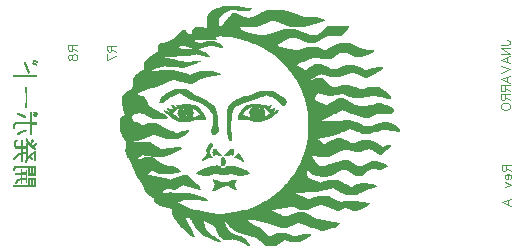
<source format=gbr>
G04 DipTrace 3.1.0.0*
G04 BottomSilk.gbr*
%MOIN*%
G04 #@! TF.FileFunction,Legend,Bot*
G04 #@! TF.Part,Single*
%ADD12C,0.002992*%
%ADD70C,0.004632*%
%FSLAX26Y26*%
G04*
G70*
G90*
G75*
G01*
G04 BotSilk*
%LPD*%
X527346Y1119478D2*
D12*
X533331D1*
X527943Y1117982D2*
X536365D1*
X530004Y1116486D2*
X538764D1*
X532939Y1114990D2*
X539768D1*
X536323Y1113493D2*
X539315D1*
X497425Y1111997D2*
X498921D1*
X525850D2*
X527346D1*
X496820Y1110501D2*
X499849D1*
X525149D2*
X531363D1*
X496928Y1109005D2*
X500702D1*
X524354D2*
X534344D1*
X497322Y1107509D2*
X501503D1*
X528146D2*
X536508D1*
X497906Y1106013D2*
X502273D1*
X532172D2*
X537253D1*
X498588Y1104517D2*
X503031D1*
X536323D2*
X537819D1*
X499309Y1103021D2*
X503781D1*
X500049Y1101525D2*
X504526D1*
X500792Y1100029D2*
X505226D1*
X501540Y1098533D2*
X505832D1*
X502287Y1097037D2*
X506364D1*
X503030Y1095541D2*
X506944D1*
X503730Y1094045D2*
X507599D1*
X504336Y1092549D2*
X508301D1*
X504868Y1091052D2*
X509026D1*
X505448Y1089556D2*
X509719D1*
X506097Y1088060D2*
X510321D1*
X506753Y1086564D2*
X510847D1*
X507339Y1085068D2*
X511374D1*
X507858Y1083572D2*
X511827D1*
X508383Y1082076D2*
X512061D1*
X508845Y1080580D2*
X512109D1*
X509160Y1079084D2*
X511571D1*
X509394Y1077588D2*
X510890D1*
X461520Y1070108D2*
X536323D1*
X461520Y1068612D2*
X536323D1*
X461520Y1067115D2*
X536323D1*
X461520Y1065619D2*
X536323D1*
X500417Y1029714D2*
X504906D1*
X500417Y1028218D2*
X504906D1*
X500417Y1026722D2*
X504906D1*
X500417Y1025226D2*
X504906D1*
X500423Y1023730D2*
X504900D1*
X500476Y1022234D2*
X504847D1*
X500666Y1020738D2*
X504656D1*
X501025Y1019241D2*
X504298D1*
X501408Y1017745D2*
X503915D1*
X501669Y1016249D2*
X503654D1*
X501808Y1014753D2*
X503515D1*
X501871Y1013257D2*
X503451D1*
X501898Y1011761D2*
X503425D1*
X501908Y1010265D2*
X503415D1*
X501911Y1008769D2*
X503411D1*
X501913Y1007273D2*
X503410D1*
X501913Y1005777D2*
X503410D1*
X501913Y1004281D2*
X503410D1*
X501913Y1002785D2*
X503409D1*
X501913Y1001289D2*
X503409D1*
X501913Y999793D2*
X503409D1*
X501913Y998297D2*
X503409D1*
X501913Y996801D2*
X503409D1*
X501913Y995304D2*
X503409D1*
X501913Y993808D2*
X503409D1*
X501913Y992312D2*
X503409D1*
X501913Y990816D2*
X503409D1*
X501913Y989320D2*
X503409D1*
X501913Y987824D2*
X503409D1*
X501913Y986328D2*
X503409D1*
X501913Y984832D2*
X503409D1*
X501913Y983336D2*
X503409D1*
X501913Y981840D2*
X503409D1*
X501913Y980344D2*
X503415D1*
X501908Y978848D2*
X503468D1*
X501855Y977352D2*
X503659D1*
X501664Y975856D2*
X504017D1*
X501306Y974360D2*
X504400D1*
X500922Y972864D2*
X504661D1*
X500661Y971367D2*
X504800D1*
X500523Y969871D2*
X504864D1*
X500459Y968375D2*
X504890D1*
X500433Y966879D2*
X504900D1*
X500423Y965383D2*
X504904D1*
X500417Y963887D2*
X504906D1*
X527346Y947430D2*
X531835D1*
X516874Y945934D2*
X521362D1*
X527919D2*
X535248D1*
X474984Y944438D2*
X476480D1*
X516874D2*
X521362D1*
X529719D2*
X538177D1*
X474459Y942942D2*
X479704D1*
X516874D2*
X521362D1*
X532136D2*
X540811D1*
X473951Y941446D2*
X483067D1*
X516874D2*
X521362D1*
X534827D2*
X539315D1*
X473488Y939950D2*
X486446D1*
X516874D2*
X521362D1*
X477402Y938454D2*
X489700D1*
X516874D2*
X521362D1*
X525850D2*
X530339D1*
X481195Y936958D2*
X492820D1*
X516874D2*
X521362D1*
X526271D2*
X533255D1*
X484792Y935462D2*
X495753D1*
X516874D2*
X521362D1*
X527906D2*
X535781D1*
X488142Y933966D2*
X498217D1*
X516874D2*
X521362D1*
X530382D2*
X536921D1*
X491313Y932470D2*
X500154D1*
X516874D2*
X521362D1*
X533331D2*
X537819D1*
X494386Y930974D2*
X500931D1*
X516874D2*
X521362D1*
X497425Y929478D2*
X500417D1*
X516874D2*
X521362D1*
X516874Y927982D2*
X521362D1*
X516874Y926486D2*
X521362D1*
X516874Y924990D2*
X521362D1*
X516874Y923493D2*
X521362D1*
X516874Y921997D2*
X521362D1*
X516874Y920501D2*
X521362D1*
X516874Y919005D2*
X521362D1*
X516874Y917509D2*
X521362D1*
X516874Y916013D2*
X521362D1*
X516874Y914517D2*
X521362D1*
X467504Y913021D2*
X537819D1*
X465380Y911525D2*
X537819D1*
X463705Y910029D2*
X537819D1*
X462410Y908533D2*
X537819D1*
X461893Y907037D2*
X466302D1*
X516874D2*
X521362D1*
X461454Y905541D2*
X465427D1*
X516874D2*
X521362D1*
X460984Y904045D2*
X464926D1*
X516874D2*
X521362D1*
X460555Y902549D2*
X464683D1*
X516874D2*
X521362D1*
X460277Y901052D2*
X464578D1*
X516874D2*
X521362D1*
X460138Y899556D2*
X464536D1*
X516874D2*
X521362D1*
X460125Y898060D2*
X464520D1*
X516874D2*
X521362D1*
X460290Y896564D2*
X464515D1*
X516874D2*
X521362D1*
X460650Y895068D2*
X464513D1*
X516874D2*
X521362D1*
X461092Y893572D2*
X464512D1*
X516874D2*
X521362D1*
X461520Y892076D2*
X464512D1*
X516874D2*
X521362D1*
X516874Y890580D2*
X521362D1*
X516874Y889084D2*
X521362D1*
X497425Y887588D2*
X501913D1*
X516874D2*
X521362D1*
X493511Y886092D2*
X501341D1*
X516874D2*
X521362D1*
X489719Y884596D2*
X499486D1*
X516874D2*
X521362D1*
X486127Y883100D2*
X496870D1*
X516874D2*
X521362D1*
X482835Y881604D2*
X493732D1*
X516874D2*
X521362D1*
X479920Y880108D2*
X490424D1*
X516874D2*
X521362D1*
X477521Y878612D2*
X487197D1*
X516874D2*
X521362D1*
X475536Y877115D2*
X484128D1*
X516874D2*
X521362D1*
X474584Y875619D2*
X481304D1*
X516874D2*
X521362D1*
X474537Y874123D2*
X478797D1*
X516874D2*
X521362D1*
X474984Y872627D2*
X476480D1*
X501913Y859163D2*
X504906D1*
X501970Y857667D2*
X505474D1*
X502168Y856171D2*
X506117D1*
X522858D2*
D3*
X469000Y854675D2*
X473488D1*
X486953D2*
X489945D1*
X502579D2*
X506812D1*
X522621D2*
X524354D1*
X467107Y853178D2*
X474984D1*
X486953D2*
X489945D1*
X503159D2*
X507538D1*
X522198D2*
X525850D1*
X465585Y851682D2*
X472471D1*
X486953D2*
X489945D1*
X503831D2*
X508282D1*
X521614D2*
X527346D1*
X465024Y850186D2*
X470143D1*
X486953D2*
X489945D1*
X504544D2*
X509075D1*
X520941D2*
X525856D1*
X464673Y848690D2*
X468329D1*
X486953D2*
X489945D1*
X505227D2*
X509964D1*
X520222D2*
X524413D1*
X464348Y847194D2*
X466942D1*
X486953D2*
X489945D1*
X505780D2*
X510939D1*
X519475D2*
X523107D1*
X463936Y845698D2*
X466459D1*
X486953D2*
X489945D1*
X506140D2*
X511964D1*
X518620D2*
X521975D1*
X463532Y844202D2*
X466199D1*
X486953D2*
X489945D1*
X503409D2*
X513229D1*
X517451D2*
X520921D1*
X533331D2*
X534827D1*
X463264Y842706D2*
X466082D1*
X486953D2*
X489945D1*
X503409D2*
X514922D1*
X515806D2*
X519941D1*
X532403D2*
X535408D1*
X463122Y841210D2*
X466035D1*
X486953D2*
X489945D1*
X503409D2*
X506402D1*
X509394D2*
X519098D1*
X531544D2*
X535250D1*
X463064Y839714D2*
X466023D1*
X486953D2*
X489945D1*
X503409D2*
X506402D1*
X510890D2*
X518861D1*
X530696D2*
X534315D1*
X463090Y838218D2*
X466075D1*
X486953D2*
X489945D1*
X503409D2*
X506402D1*
X512386D2*
X519257D1*
X529777D2*
X533170D1*
X463270Y836722D2*
X466322D1*
X486953D2*
X489945D1*
X503409D2*
X506402D1*
X513882D2*
X520418D1*
X528743D2*
X531998D1*
X463631Y835226D2*
X466923D1*
X486953D2*
X489945D1*
X503409D2*
X506402D1*
X515384D2*
X522131D1*
X527552D2*
X530915D1*
X464072Y833730D2*
X467880D1*
X486953D2*
X489945D1*
X503409D2*
X506402D1*
X516932D2*
X524535D1*
X526067D2*
X529827D1*
X464581Y832234D2*
X506402D1*
X518625D2*
X528621D1*
X465322Y830738D2*
X506402D1*
X520538D2*
X527346D1*
X466345Y829241D2*
X506402D1*
X522666D2*
X529984D1*
X467504Y827745D2*
X506402D1*
X525026D2*
X532128D1*
X486953Y826249D2*
X489945D1*
X503409D2*
X506402D1*
X527626D2*
X533647D1*
X486953Y824753D2*
X489945D1*
X503409D2*
X506402D1*
X530339D2*
X534827D1*
X486953Y823257D2*
X489945D1*
X503409D2*
X506402D1*
X486953Y821761D2*
X489945D1*
X503409D2*
X506402D1*
X486953Y820265D2*
X489945D1*
X503409D2*
X506402D1*
X486953Y818769D2*
X489945D1*
X503409D2*
X506402D1*
X486953Y817273D2*
X489945D1*
X503409D2*
X506402D1*
X486929Y815777D2*
X489945D1*
X503409D2*
X506402D1*
X531835D2*
X533331D1*
X486859Y814281D2*
X489945D1*
X503409D2*
X506402D1*
X528899D2*
X533331D1*
X486158Y812785D2*
X489945D1*
X503409D2*
X506402D1*
X526105D2*
X533331D1*
X483801Y811289D2*
X506402D1*
X523530D2*
X533331D1*
X480819Y809793D2*
X506402D1*
X521170D2*
X527109D1*
X530339D2*
X533331D1*
X477808Y808297D2*
X506402D1*
X519047D2*
X525190D1*
X530339D2*
X533331D1*
X475117Y806801D2*
X489945D1*
X503409D2*
X506402D1*
X517184D2*
X523122D1*
X530339D2*
X533331D1*
X472810Y805304D2*
X481557D1*
X486953D2*
X489945D1*
X503409D2*
X506402D1*
X515508D2*
X521064D1*
X530339D2*
X533331D1*
X470863Y803808D2*
X478311D1*
X486953D2*
X489945D1*
X503409D2*
X506407D1*
X513926D2*
X519300D1*
X530339D2*
X533331D1*
X469157Y802312D2*
X475812D1*
X486953D2*
X489945D1*
X503409D2*
X506464D1*
X512342D2*
X517902D1*
X530339D2*
X533331D1*
X467620Y800816D2*
X473830D1*
X486953D2*
X489945D1*
X503421D2*
X506696D1*
X510602D2*
X517476D1*
X530339D2*
X533331D1*
X466278Y799320D2*
X472130D1*
X486953D2*
X489945D1*
X503535D2*
X507207D1*
X508590D2*
X517799D1*
X530339D2*
X533331D1*
X465133Y797824D2*
X470603D1*
X486953D2*
X489945D1*
X503807D2*
X518810D1*
X530339D2*
X533331D1*
X464068Y796328D2*
X469266D1*
X486953D2*
X489945D1*
X504973D2*
X512392D1*
X515372D2*
X519996D1*
X530339D2*
X533331D1*
X463023Y794832D2*
X468123D1*
X486953D2*
X489945D1*
X506402D2*
X510948D1*
X516816D2*
X521185D1*
X530339D2*
X533331D1*
X462036Y793336D2*
X467064D1*
X486953D2*
X489945D1*
X505423D2*
X509649D1*
X518120D2*
X522264D1*
X530339D2*
X533331D1*
X461051Y791840D2*
X466060D1*
X486953D2*
X489945D1*
X504425D2*
X508563D1*
X519245D2*
X523297D1*
X530339D2*
X533331D1*
X460024Y790344D2*
X465221D1*
X486953D2*
X489945D1*
X503409D2*
X507648D1*
X520296D2*
X524354D1*
X530339D2*
X533331D1*
X463016Y788848D2*
X464512D1*
X486953D2*
X489945D1*
X502470D2*
X506823D1*
X521362D2*
X522858D1*
X530339D2*
X533331D1*
X486953Y787352D2*
X489945D1*
X501615D2*
X506046D1*
X530339D2*
X533331D1*
X486953Y785856D2*
X489945D1*
X500779D2*
X505290D1*
X530339D2*
X533331D1*
X486953Y784360D2*
X489945D1*
X499886D2*
X504578D1*
X498921Y782864D2*
X503953D1*
X500417Y781367D2*
X503409D1*
X464512Y764911D2*
X533331D1*
X463253Y763415D2*
X533331D1*
X462186Y761919D2*
X533331D1*
X461326Y760423D2*
X466302D1*
X510890D2*
X513882D1*
X521362D2*
X522858D1*
X530339D2*
X533331D1*
X460712Y758927D2*
X465427D1*
X510890D2*
X513882D1*
X521362D2*
X522858D1*
X530339D2*
X533331D1*
X460308Y757430D2*
X464926D1*
X486953D2*
X488449D1*
X510890D2*
X513882D1*
X521362D2*
X522858D1*
X530339D2*
X533331D1*
X460510Y755934D2*
X464682D1*
X486953D2*
X488449D1*
X510890D2*
X513882D1*
X521362D2*
X522858D1*
X530339D2*
X533331D1*
X461624Y754438D2*
X464574D1*
X486953D2*
X488449D1*
X510890D2*
X513882D1*
X521362D2*
X522858D1*
X530339D2*
X533331D1*
X463016Y752942D2*
X464512D1*
X486953D2*
X488449D1*
X501913D2*
X503409D1*
X510890D2*
X513882D1*
X521362D2*
X522858D1*
X530339D2*
X533331D1*
X486953Y751446D2*
X488449D1*
X501913D2*
X503409D1*
X510890D2*
X513882D1*
X521362D2*
X522858D1*
X530339D2*
X533331D1*
X486953Y749950D2*
X488449D1*
X501913D2*
X503409D1*
X510890D2*
X513882D1*
X521362D2*
X522858D1*
X530339D2*
X533331D1*
X486953Y748454D2*
X488449D1*
X501913D2*
X503409D1*
X510890D2*
X513882D1*
X521362D2*
X522858D1*
X530339D2*
X533331D1*
X486953Y746958D2*
X488449D1*
X501913D2*
X503409D1*
X510890D2*
X513905D1*
X521339D2*
X522882D1*
X530315D2*
X533331D1*
X486953Y745462D2*
X488449D1*
X501913D2*
X503409D1*
X510890D2*
X513975D1*
X521269D2*
X522952D1*
X530245D2*
X533331D1*
X467504Y743966D2*
X503409D1*
X510890D2*
X514677D1*
X520567D2*
X523653D1*
X529544D2*
X533331D1*
X467504Y742470D2*
X503409D1*
X510890D2*
X517008D1*
X518236D2*
X525985D1*
X527212D2*
X533331D1*
X467504Y740974D2*
X503409D1*
X510890D2*
X533331D1*
X486953Y739478D2*
X488449D1*
X501913D2*
X503409D1*
X510890D2*
X533331D1*
X486953Y737982D2*
X488449D1*
X501913D2*
X503409D1*
X510890D2*
X533331D1*
X486953Y736486D2*
X488449D1*
X501913D2*
X503409D1*
X486953Y734990D2*
X488449D1*
X501913D2*
X503409D1*
X486953Y733493D2*
X488449D1*
X501913D2*
X503409D1*
X486941Y731997D2*
X488449D1*
X501913D2*
X503409D1*
X486818Y730501D2*
X488449D1*
X501913D2*
X503409D1*
X486520Y729005D2*
X488449D1*
X501913D2*
X503409D1*
X484925Y727509D2*
X488449D1*
X501913D2*
X503409D1*
X482543Y726013D2*
X503409D1*
X510890D2*
X533331D1*
X479703Y724517D2*
X503409D1*
X510890D2*
X533331D1*
X476912Y723021D2*
X503409D1*
X510890D2*
X533331D1*
X474525Y721525D2*
X481263D1*
X486953D2*
X488449D1*
X501913D2*
X503409D1*
X510890D2*
X513882D1*
X521362D2*
X522858D1*
X530339D2*
X533331D1*
X472682Y720029D2*
X478892D1*
X486953D2*
X488449D1*
X501913D2*
X503409D1*
X510890D2*
X513882D1*
X521362D2*
X522858D1*
X530339D2*
X533331D1*
X471291Y718533D2*
X476894D1*
X486953D2*
X488449D1*
X501913D2*
X503409D1*
X510890D2*
X513882D1*
X521362D2*
X522858D1*
X530339D2*
X533331D1*
X470125Y717037D2*
X475161D1*
X486953D2*
X488449D1*
X501913D2*
X503409D1*
X510890D2*
X513882D1*
X521362D2*
X522858D1*
X530339D2*
X533331D1*
X469101Y715541D2*
X473619D1*
X486953D2*
X488449D1*
X501913D2*
X503409D1*
X510890D2*
X513882D1*
X521362D2*
X522858D1*
X530339D2*
X533331D1*
X468237Y714045D2*
X472329D1*
X486953D2*
X488449D1*
X501913D2*
X503409D1*
X510890D2*
X513882D1*
X521362D2*
X522858D1*
X530339D2*
X533331D1*
X467990Y712549D2*
X471420D1*
X486953D2*
X488449D1*
X510890D2*
X513882D1*
X521362D2*
X522858D1*
X530339D2*
X533331D1*
X468408Y711052D2*
X470875D1*
X486953D2*
X488449D1*
X510890D2*
X513882D1*
X521362D2*
X522858D1*
X530339D2*
X533331D1*
X469000Y709556D2*
X470496D1*
X486953D2*
X488449D1*
X510890D2*
X513882D1*
X521362D2*
X522858D1*
X530339D2*
X533331D1*
X510890Y708060D2*
X513905D1*
X521339D2*
X522882D1*
X530315D2*
X533331D1*
X510890Y706564D2*
X513975D1*
X521269D2*
X522952D1*
X530245D2*
X533331D1*
X510890Y705068D2*
X514677D1*
X520567D2*
X523653D1*
X529544D2*
X533331D1*
X510890Y703572D2*
X517008D1*
X518236D2*
X525985D1*
X527212D2*
X533331D1*
X460024Y702076D2*
X533331D1*
X460024Y700580D2*
X533331D1*
X460024Y699084D2*
X533331D1*
X1160866Y1300551D2*
X1205748D1*
X1153859Y1297559D2*
X1223600D1*
X1146972Y1294567D2*
X1239388D1*
X1140328Y1291575D2*
X1253622D1*
X1133786Y1288583D2*
X1188521D1*
X1199764D2*
X1249227D1*
X1127451Y1285591D2*
X1178412D1*
X1214724D2*
X1244646D1*
X1307480D2*
X1358346D1*
X1121872Y1282598D2*
X1170147D1*
X1298745D2*
X1371466D1*
X1117432Y1279606D2*
X1163881D1*
X1291148D2*
X1383009D1*
X1114060Y1276614D2*
X1159181D1*
X1190787D2*
X1199764D1*
X1284675D2*
X1393197D1*
X1111561Y1273622D2*
X1155417D1*
X1187909D2*
X1207141D1*
X1278998D2*
X1402487D1*
X1109697Y1270630D2*
X1152216D1*
X1185301D2*
X1214099D1*
X1273397D2*
X1411478D1*
X1108390Y1267638D2*
X1149584D1*
X1183026D2*
X1220981D1*
X1266953D2*
X1420973D1*
X1107638Y1264646D2*
X1147655D1*
X1180801D2*
X1228188D1*
X1259194D2*
X1431328D1*
X1107270Y1261654D2*
X1146247D1*
X1178331D2*
X1235669D1*
X1250630D2*
X1466063D1*
X1107110Y1258661D2*
X1145037D1*
X1175616D2*
X1479300D1*
X1107045Y1255669D2*
X1144057D1*
X1172762D2*
X1488734D1*
X1107021Y1252677D2*
X1143450D1*
X1169928D2*
X1319574D1*
X1330704D2*
X1495984D1*
X1107012Y1249685D2*
X1143141D1*
X1167337D2*
X1311087D1*
X1340941D2*
X1486408D1*
X1107009Y1246693D2*
X1143015D1*
X1165069D2*
X1303209D1*
X1349809D2*
X1476084D1*
X1107008Y1243701D2*
X1143064D1*
X1162847D2*
X1295716D1*
X1357694D2*
X1464725D1*
X1107008Y1240709D2*
X1143426D1*
X1160377D2*
X1288029D1*
X1365322D2*
X1452411D1*
X1107008Y1237717D2*
X1144160D1*
X1157664D2*
X1279855D1*
X1373301D2*
X1439416D1*
X1107008Y1234724D2*
X1145047D1*
X1154804D2*
X1211858D1*
X1223701D2*
X1271304D1*
X1382016D2*
X1425944D1*
X1513937D2*
X1516929D1*
X1564803D2*
X1576772D1*
X1107008Y1231732D2*
X1145906D1*
X1151890D2*
X1212358D1*
X1238661D2*
X1262598D1*
X1391260D2*
X1412205D1*
X1508552D2*
X1576646D1*
X1068110Y1228740D2*
X1095039D1*
X1107008D2*
X1213574D1*
X1503916D2*
X1576146D1*
X1063863Y1225748D2*
X1215556D1*
X1500291D2*
X1574930D1*
X1060511Y1222756D2*
X1218095D1*
X1364331D2*
X1397244D1*
X1497424D2*
X1572948D1*
X1023228Y1219764D2*
X1032205D1*
X1057921D2*
X1221262D1*
X1353961D2*
X1406220D1*
X1494596D2*
X1570444D1*
X1020236Y1216772D2*
X1035197D1*
X1056999D2*
X1226015D1*
X1344009D2*
X1415197D1*
X1491211D2*
X1567651D1*
X1017244Y1213780D2*
X1038189D1*
X1056478D2*
X1234112D1*
X1334100D2*
X1424173D1*
X1487229D2*
X1564614D1*
X1014252Y1210787D2*
X1041181D1*
X1056142D2*
X1246643D1*
X1323726D2*
X1433150D1*
X1482767D2*
X1561042D1*
X1011260Y1207795D2*
X1262813D1*
X1312756D2*
X1442126D1*
X1478031D2*
X1556395D1*
X1008268Y1204803D2*
X1550470D1*
X1005276Y1201811D2*
X1508552D1*
X1519921D2*
X1543858D1*
X1002283Y1198819D2*
X1139921D1*
X1157874D2*
X1500924D1*
X999291Y1195827D2*
X1127953D1*
X1199164D2*
X1494319D1*
X996264Y1192835D2*
X1132534D1*
X1212766D2*
X1374009D1*
X1411628D2*
X1488565D1*
X992875Y1189843D2*
X1136929D1*
X1225226D2*
X1366670D1*
X1419477D2*
X1483138D1*
X987991Y1186850D2*
X1062126D1*
X1236349D2*
X1360518D1*
X1426928D2*
X1477594D1*
X980074Y1183858D2*
X1056142D1*
X1110000D2*
X1127953D1*
X1246048D2*
X1355313D1*
X1434445D2*
X1471871D1*
X969395Y1180866D2*
X1074094D1*
X1092047D2*
X1134844D1*
X1254381D2*
X1350867D1*
X1442126D2*
X1466063D1*
X958867Y1177874D2*
X1140829D1*
X1261618D2*
X1347164D1*
X1561811D2*
X1576772D1*
X951121Y1174882D2*
X1145964D1*
X1268185D2*
X1344162D1*
X1549395D2*
X1582642D1*
X945613Y1171890D2*
X1150288D1*
X1274416D2*
X1341742D1*
X1539961D2*
X1588231D1*
X943646Y1168898D2*
X1114078D1*
X1126853D2*
X1153630D1*
X1280485D2*
X1339571D1*
X1532947D2*
X1593440D1*
X942992Y1165906D2*
X1011260D1*
X1040594D2*
X1101443D1*
X1139713D2*
X1156009D1*
X1286399D2*
X1337402D1*
X1527125D2*
X1598743D1*
X942662Y1162913D2*
X1005276D1*
X1051331D2*
X1090639D1*
X1151890D2*
X1157874D1*
X1292015D2*
X1349393D1*
X1442126D2*
X1472047D1*
X1521341D2*
X1605478D1*
X942523Y1159921D2*
X1014252D1*
X1061378D2*
X1081800D1*
X1297275D2*
X1364230D1*
X1431550D2*
X1480837D1*
X1514882D2*
X1615226D1*
X942470Y1156929D2*
X1074094D1*
X1302389D2*
X1381662D1*
X1420506D2*
X1490000D1*
X1507953D2*
X1628165D1*
X942427Y1153937D2*
X1080079D1*
X1307459D2*
X1660551D1*
X942187Y1150945D2*
X1086051D1*
X1312332D2*
X1660107D1*
X941623Y1147953D2*
X1091930D1*
X1316924D2*
X1658538D1*
X938867Y1144961D2*
X1097510D1*
X1321131D2*
X1547324D1*
X1573180D2*
X1654394D1*
X934821Y1141969D2*
X1102549D1*
X1324941D2*
X1542199D1*
X1580800D2*
X1648470D1*
X929805Y1138976D2*
X1059134D1*
X1080629D2*
X1106834D1*
X1328668D2*
X1537476D1*
X1587327D2*
X1640717D1*
X924354Y1135984D2*
X1044173D1*
X1093647D2*
X1110205D1*
X1332533D2*
X1533116D1*
X1592798D2*
X1631527D1*
X919034Y1132992D2*
X1002283D1*
X1107008D2*
X1112992D1*
X1336355D2*
X1528927D1*
X1597717D2*
X1621654D1*
X914327Y1130000D2*
X953183D1*
X1339892D2*
X1460781D1*
X1475039D2*
X1524533D1*
X910347Y1127008D2*
X974142D1*
X1343171D2*
X1450450D1*
X1490000D2*
X1519921D1*
X906886Y1124016D2*
X989913D1*
X1346293D2*
X1441305D1*
X903791Y1121024D2*
X1002727D1*
X1349338D2*
X1433120D1*
X901109Y1118031D2*
X1014573D1*
X1077087D2*
X1083071D1*
X1352351D2*
X1425775D1*
X898919Y1115039D2*
X1026220D1*
X1056142D2*
X1078352D1*
X1355350D2*
X1419380D1*
X897181Y1112047D2*
X1072325D1*
X1358345D2*
X1413948D1*
X895934Y1109055D2*
X1065254D1*
X1361338D2*
X1409493D1*
X895305Y1106063D2*
X1057126D1*
X1364331D2*
X1406052D1*
X1466063D2*
X1484016D1*
X895325Y1103071D2*
X1047704D1*
X1367323D2*
X1403228D1*
X1460643D2*
X1491504D1*
X1570787D2*
X1594724D1*
X895883Y1100079D2*
X953433D1*
X969370D2*
X1037198D1*
X1370303D2*
X1408312D1*
X1455673D2*
X1498815D1*
X1561811D2*
X1603578D1*
X896563Y1097087D2*
X940207D1*
X1014252D2*
X1026220D1*
X1373190D2*
X1413863D1*
X1450751D2*
X1506280D1*
X1552835D2*
X1612090D1*
X1678504D2*
X1690472D1*
X897076Y1094094D2*
X930655D1*
X1375801D2*
X1420257D1*
X1445204D2*
X1513937D1*
X1543858D2*
X1620043D1*
X1660364D2*
X1688748D1*
X896592Y1091102D2*
X924176D1*
X1378077D2*
X1427165D1*
X1439134D2*
X1627638D1*
X1642598D2*
X1686220D1*
X893928Y1088110D2*
X919508D1*
X1380290D2*
X1682828D1*
X890029Y1085118D2*
X915512D1*
X948425D2*
X990315D1*
X1382655D2*
X1678763D1*
X885411Y1082126D2*
X1002529D1*
X1086063D2*
X1124961D1*
X1384988D2*
X1674113D1*
X880683Y1079134D2*
X1015427D1*
X1074645D2*
X1134229D1*
X1387137D2*
X1668891D1*
X876133Y1076142D2*
X1029442D1*
X1063726D2*
X1142031D1*
X1389298D2*
X1576307D1*
X1603575D2*
X1663267D1*
X871961Y1073150D2*
X1044173D1*
X1053150D2*
X1148898D1*
X1391642D2*
X1478745D1*
X1495434D2*
X1566564D1*
X1612052D2*
X1657331D1*
X868375Y1070157D2*
X1126043D1*
X1393968D2*
X1471511D1*
X1506353D2*
X1556689D1*
X1619823D2*
X1650949D1*
X865516Y1067165D2*
X1108415D1*
X1396103D2*
X1465740D1*
X1516929D2*
X1546850D1*
X1626886D2*
X1643967D1*
X863478Y1064173D2*
X1096296D1*
X1398169D2*
X1461252D1*
X1633622D2*
X1636614D1*
X862024Y1061181D2*
X1088040D1*
X1400238D2*
X1457561D1*
X860795Y1058189D2*
X1081902D1*
X1402217D2*
X1454264D1*
X1469055D2*
X1487008D1*
X859808Y1055197D2*
X1076816D1*
X1404207D2*
X1451102D1*
X1460079D2*
X1492751D1*
X859200Y1052205D2*
X981915D1*
X1008513D2*
X1072122D1*
X1406231D2*
X1497356D1*
X858890Y1049213D2*
X974076D1*
X1021411D2*
X1066976D1*
X1408103D2*
X1500837D1*
X858751Y1046220D2*
X966696D1*
X1035426D2*
X1060527D1*
X1409801D2*
X1503510D1*
X858695Y1043228D2*
X959393D1*
X1050157D2*
X1053150D1*
X1411394D2*
X1506008D1*
X858673Y1040236D2*
X951933D1*
X1412927D2*
X1509035D1*
X858665Y1037244D2*
X944116D1*
X1414441D2*
X1512974D1*
X1555827D2*
X1576772D1*
X858663Y1034252D2*
X935748D1*
X1415941D2*
X1517755D1*
X1546850D2*
X1585283D1*
X858650Y1031260D2*
X926846D1*
X1417429D2*
X1522913D1*
X1537874D2*
X1593493D1*
X858498Y1028268D2*
X917688D1*
X1418830D2*
X1601571D1*
X1645591D2*
X1675512D1*
X858112Y1025276D2*
X908736D1*
X1420041D2*
X1609685D1*
X1633622D2*
X1682403D1*
X855921Y1022283D2*
X900145D1*
X999291D2*
X1035197D1*
X1421106D2*
X1688388D1*
X850404Y1019291D2*
X891943D1*
X991926D2*
X1040707D1*
X1422266D2*
X1693546D1*
X844022Y1016299D2*
X884563D1*
X985094D2*
X1045844D1*
X1283543D2*
X1325433D1*
X1423565D2*
X1698089D1*
X838207Y1013307D2*
X878566D1*
X978792D2*
X1050661D1*
X1275132D2*
X1331292D1*
X1424876D2*
X1702273D1*
X833806Y1010315D2*
X874149D1*
X973113D2*
X1005978D1*
X1019762D2*
X1055299D1*
X1267164D2*
X1336776D1*
X1426049D2*
X1472161D1*
X1485908D2*
X1706373D1*
X830729Y1007323D2*
X870630D1*
X968265D2*
X998639D1*
X1024888D2*
X1059857D1*
X1259193D2*
X1341556D1*
X1427087D2*
X1469564D1*
X1498769D2*
X1537874D1*
X1567105D2*
X1710289D1*
X828496Y1004331D2*
X878186D1*
X964233D2*
X992486D1*
X1029599D2*
X1064487D1*
X1250421D2*
X1296214D1*
X1309770D2*
X1345663D1*
X1428148D2*
X1467406D1*
X1510945D2*
X1519921D1*
X1574568D2*
X1654444D1*
X1665947D2*
X1713742D1*
X826698Y1001339D2*
X885081D1*
X960754D2*
X987282D1*
X1033856D2*
X1069480D1*
X1240878D2*
X1288851D1*
X1317109D2*
X1349537D1*
X1429169D2*
X1465680D1*
X1581277D2*
X1645003D1*
X1676674D2*
X1716425D1*
X825187Y998346D2*
X890821D1*
X957653D2*
X982824D1*
X1037709D2*
X1075176D1*
X1231504D2*
X1282454D1*
X1323262D2*
X1353562D1*
X1430132D2*
X1464424D1*
X1587903D2*
X1635003D1*
X1686655D2*
X1718383D1*
X824037Y995354D2*
X895260D1*
X954968D2*
X979004D1*
X1041712D2*
X1081540D1*
X1223017D2*
X1276136D1*
X1328466D2*
X1357774D1*
X1431161D2*
X1463715D1*
X1594724D2*
X1624646D1*
X1696141D2*
X1718124D1*
X823349Y992362D2*
X898427D1*
X952778D2*
X975502D1*
X1046891D2*
X1088141D1*
X1215321D2*
X1268750D1*
X1332924D2*
X1361920D1*
X1432168D2*
X1463342D1*
X1546850D2*
X1555827D1*
X1705433D2*
X1717402D1*
X823005Y989370D2*
X900728D1*
X951039D2*
X971843D1*
X1054276D2*
X1094575D1*
X1208086D2*
X1259775D1*
X1336733D2*
X1365458D1*
X1433127D2*
X1463951D1*
X1539959D2*
X1563639D1*
X822853Y986378D2*
X902576D1*
X949771D2*
X967579D1*
X1063800D2*
X1100697D1*
X1201454D2*
X1249529D1*
X1340117D2*
X1368258D1*
X1434142D2*
X1466259D1*
X1533951D2*
X1570248D1*
X822792Y983386D2*
X904209D1*
X948985D2*
X962647D1*
X1073772D2*
X1106302D1*
X1195685D2*
X1238916D1*
X1343291D2*
X1369157D1*
X1435055D2*
X1471315D1*
X1528576D2*
X1575742D1*
X822780Y980394D2*
X905749D1*
X948425D2*
X957402D1*
X1082321D2*
X1111121D1*
X1190753D2*
X1228983D1*
X1346465D2*
X1368642D1*
X1435738D2*
X1478105D1*
X1523204D2*
X1580921D1*
X822877Y977402D2*
X907167D1*
X1088924D2*
X1115154D1*
X1186758D2*
X1220449D1*
X1349944D2*
X1367596D1*
X1436417D2*
X1486617D1*
X1517301D2*
X1586315D1*
X1672520D2*
X1684488D1*
X823256Y974409D2*
X908396D1*
X1029213D2*
X1047165D1*
X1094122D2*
X1118735D1*
X1183797D2*
X1213510D1*
X1253622D2*
X1280551D1*
X1353969D2*
X1366096D1*
X1437269D2*
X1495984D1*
X1510945D2*
X1591979D1*
X1665361D2*
X1690484D1*
X823971Y971417D2*
X909580D1*
X1016029D2*
X1056461D1*
X1098567D2*
X1122216D1*
X1181582D2*
X1208057D1*
X1246382D2*
X1289528D1*
X1301496D2*
X1304488D1*
X1358346D2*
X1364331D1*
X1438091D2*
X1597815D1*
X1656913D2*
X1696597D1*
X824750Y968425D2*
X911251D1*
X987323D2*
X990315D1*
X1002283D2*
X1064196D1*
X1102295D2*
X1125617D1*
X1179779D2*
X1203765D1*
X1240039D2*
X1301496D1*
X1316457D2*
X1319449D1*
X1438646D2*
X1603736D1*
X1647086D2*
X1703150D1*
X825377Y965433D2*
X913881D1*
X988923D2*
X996299D1*
X1005276D2*
X1070344D1*
X1105229D2*
X1128574D1*
X1178252D2*
X1200183D1*
X1234835D2*
X1317507D1*
X1439036D2*
X1710379D1*
X826035Y962441D2*
X917661D1*
X990990D2*
X1050146D1*
X1054966D2*
X1075256D1*
X1107781D2*
X1130846D1*
X1176993D2*
X1197055D1*
X1230640D2*
X1248112D1*
X1256626D2*
X1315532D1*
X1439547D2*
X1717568D1*
X826879Y959449D2*
X922447D1*
X972362D2*
X978346D1*
X993307D2*
X1053021D1*
X1061458D2*
X1079164D1*
X1110396D2*
X1132488D1*
X1175922D2*
X1194451D1*
X1227094D2*
X1242986D1*
X1253751D2*
X1277559D1*
X1283543D2*
X1292394D1*
X1298618D2*
X1313465D1*
X1325433D2*
X1331417D1*
X1440317D2*
X1723986D1*
X827710Y956457D2*
X927868D1*
X974331D2*
X1005162D1*
X1014378D2*
X1023228D1*
X1029213D2*
X1055515D1*
X1066454D2*
X1082249D1*
X1113157D2*
X1133730D1*
X1174861D2*
X1192532D1*
X1223966D2*
X1238287D1*
X1251257D2*
X1294886D1*
X1302005D2*
X1330367D1*
X1441104D2*
X1727127D1*
X828358Y953465D2*
X933612D1*
X963386D2*
D3*
X976425D2*
X1001786D1*
X1011886D2*
X1057292D1*
X1070418D2*
X1084713D1*
X1115939D2*
X1134861D1*
X1173942D2*
X1191127D1*
X1221272D2*
X1234146D1*
X1249479D2*
X1296663D1*
X1305808D2*
X1329350D1*
X1340394D2*
X1343386D1*
X1441634D2*
X1549956D1*
X1564215D2*
X1728098D1*
X829024Y950472D2*
X939503D1*
X964997D2*
X969370D1*
X978804D2*
X998076D1*
X1010109D2*
X1058302D1*
X1073819D2*
X1086911D1*
X1118494D2*
X1135807D1*
X1173359D2*
X1189918D1*
X1219067D2*
X1230815D1*
X1248469D2*
X1297673D1*
X1309837D2*
X1328425D1*
X1334409D2*
X1341775D1*
X1441914D2*
X1544356D1*
X1571949D2*
X1727131D1*
X829881Y947480D2*
X877226D1*
X881999D2*
X945440D1*
X967130D2*
X975354D1*
X981339D2*
X994309D1*
X1009099D2*
X1058791D1*
X1076861D2*
X1089018D1*
X1120647D2*
X1136411D1*
X1173058D2*
X1188938D1*
X1217223D2*
X1228295D1*
X1247993D2*
X1298161D1*
X1313633D2*
X1339642D1*
X1442053D2*
X1539089D1*
X1578947D2*
X1724015D1*
X830816Y944488D2*
X869714D1*
X889628D2*
X951295D1*
X969698D2*
X990750D1*
X1008623D2*
X1058990D1*
X1079419D2*
X1090921D1*
X1122472D2*
X1136821D1*
X1172923D2*
X1188332D1*
X1215570D2*
X1226410D1*
X1247887D2*
X1298372D1*
X1316786D2*
X1337085D1*
X1442211D2*
X1533872D1*
X1585534D2*
X1720394D1*
X831823Y941496D2*
X863618D1*
X896221D2*
X956777D1*
X972603D2*
X987323D1*
X1008529D2*
X1058960D1*
X1081229D2*
X1092630D1*
X1124107D2*
X1137339D1*
X1172868D2*
X1188023D1*
X1214014D2*
X1225082D1*
X1248187D2*
X1298456D1*
X1319449D2*
X1334274D1*
X1442613D2*
X1528409D1*
X1592250D2*
X1669528D1*
X833147Y938504D2*
X859197D1*
X901893D2*
X961545D1*
X975910D2*
X992268D1*
X1008942D2*
X1058529D1*
X1082316D2*
X1094227D1*
X1125555D2*
X1138111D1*
X1172846D2*
X1187885D1*
X1212504D2*
X1224272D1*
X1248897D2*
X1298488D1*
X1313465D2*
X1331243D1*
X1443337D2*
X1522691D1*
X1599761D2*
X1663543D1*
X834724Y935512D2*
X855851D1*
X907164D2*
X965550D1*
X979694D2*
X997692D1*
X1010115D2*
X1035197D1*
X1041181D2*
X1057517D1*
X1083071D2*
X1095762D1*
X1126683D2*
X1138899D1*
X1172839D2*
X1187817D1*
X1211107D2*
X1223701D1*
X1249776D2*
X1265591D1*
X1271575D2*
X1298504D1*
X1307480D2*
X1327771D1*
X1444107D2*
X1516728D1*
X1608680D2*
X1657559D1*
X827154Y932520D2*
X854145D1*
X912891D2*
X969053D1*
X983848D2*
X1003094D1*
X1012017D2*
X1056142D1*
X1071102D2*
X1097266D1*
X1127364D2*
X1139429D1*
X1172836D2*
X1187690D1*
X1209998D2*
X1241654D1*
X1250630D2*
X1323469D1*
X1444629D2*
X1510415D1*
X1619202D2*
X1651575D1*
X821063Y929528D2*
X853604D1*
X919770D2*
X972362D1*
X988308D2*
X1008268D1*
X1014252D2*
X1098688D1*
X1127705D2*
X1139709D1*
X1172835D2*
X1187301D1*
X1209323D2*
X1318082D1*
X1444907D2*
X1503735D1*
X1630630D2*
X1645591D1*
X818462Y926535D2*
X854246D1*
X927480D2*
X966378D1*
X993339D2*
X1099937D1*
X1127856D2*
X1139837D1*
X1172835D2*
X1186582D1*
X1208967D2*
X1311529D1*
X1445034D2*
X1496990D1*
X817554Y923543D2*
X855395D1*
X999390D2*
X1101024D1*
X1127917D2*
X1139890D1*
X1172835D2*
X1185814D1*
X1208740D2*
X1303594D1*
X1445087D2*
X1490485D1*
X817090Y920551D2*
X857189D1*
X1006556D2*
X1056142D1*
X1127940D2*
X1139910D1*
X1172835D2*
X1185292D1*
X1253622D2*
X1294060D1*
X1445107D2*
X1484208D1*
X1561811D2*
X1579764D1*
X816891Y917559D2*
X859934D1*
X1014252D2*
X1047165D1*
X1127948D2*
X1139917D1*
X1172835D2*
X1185014D1*
X1262598D2*
X1283543D1*
X1445114D2*
X1589522D1*
X816814Y914567D2*
X863885D1*
X1127940D2*
X1139920D1*
X1172835D2*
X1184887D1*
X1445117D2*
X1598022D1*
X816786Y911575D2*
X869156D1*
X1127835D2*
X1139921D1*
X1172835D2*
X1184835D1*
X1445118D2*
X1605173D1*
X1693465D2*
X1708425D1*
X816776Y908583D2*
X875585D1*
X912520D2*
X933465D1*
X1127443D2*
X1139933D1*
X1172835D2*
X1184814D1*
X1445118D2*
X1611558D1*
X1682546D2*
X1716139D1*
X816773Y905591D2*
X882598D1*
X900551D2*
X940716D1*
X1126621D2*
X1140038D1*
X1172835D2*
X1184807D1*
X1445118D2*
X1617973D1*
X1671595D2*
X1723341D1*
X816772Y902598D2*
X947176D1*
X1125473D2*
X1140419D1*
X1172835D2*
X1184804D1*
X1445118D2*
X1624646D1*
X1660551D2*
X1729794D1*
X816772Y899606D2*
X952878D1*
X1124222D2*
X1141136D1*
X1172835D2*
X1184804D1*
X1445118D2*
X1735494D1*
X816772Y896614D2*
X958288D1*
X1123073D2*
X1141903D1*
X1172835D2*
X1184803D1*
X1445118D2*
X1740317D1*
X816772Y893622D2*
X963828D1*
X1122043D2*
X1142425D1*
X1172835D2*
X1184803D1*
X1445118D2*
X1744291D1*
X816783Y890630D2*
X969576D1*
X1121008D2*
X1142703D1*
X1172835D2*
X1184803D1*
X1445118D2*
X1574379D1*
X1591144D2*
X1745848D1*
X816889Y887638D2*
X975558D1*
X1041181D2*
X1044173D1*
X1120199D2*
X1142818D1*
X1172835D2*
X1184803D1*
X1445118D2*
X1566750D1*
X1598878D2*
X1681496D1*
X1723386D2*
X1746740D1*
X817282Y884646D2*
X981956D1*
X1033047D2*
X1043585D1*
X1119755D2*
X1142742D1*
X1172846D2*
X1184815D1*
X1445118D2*
X1560145D1*
X1605865D2*
X1672520D1*
X1747323D2*
D3*
X818103Y881654D2*
X988944D1*
X1023945D2*
X1042331D1*
X1120477D2*
X1142452D1*
X1172952D2*
X1184920D1*
X1445106D2*
X1554380D1*
X1612336D2*
X1663543D1*
X819264Y878661D2*
X996299D1*
X1014252D2*
X1040224D1*
X1121627D2*
X1140957D1*
X1173333D2*
X1185301D1*
X1445001D2*
X1548813D1*
X1618538D2*
X1654567D1*
X820607Y875669D2*
X1037208D1*
X1123172D2*
X1137674D1*
X1174049D2*
X1186018D1*
X1444620D2*
X1542499D1*
X1624646D2*
X1645591D1*
X822045Y872677D2*
X925778D1*
X929896D2*
X1033095D1*
X1124961D2*
X1133937D1*
X1174828D2*
X1186785D1*
X1443903D2*
X1534223D1*
X823527Y869685D2*
X916654D1*
X940737D2*
X1027707D1*
X1175455D2*
X1187307D1*
X1443136D2*
X1522678D1*
X825111Y866693D2*
X909126D1*
X951180D2*
X1021039D1*
X1176114D2*
X1187584D1*
X1442614D2*
X1507594D1*
X826889Y863701D2*
X901742D1*
X961689D2*
X1013371D1*
X1176969D2*
X1187711D1*
X1442337D2*
X1490200D1*
X828827Y860709D2*
X892819D1*
X972362D2*
X1005276D1*
X1177903D2*
X1187764D1*
X1442198D2*
X1472047D1*
X1540866D2*
X1552835D1*
X830753Y857717D2*
X882396D1*
X1178910D2*
X1187784D1*
X1442041D2*
X1474925D1*
X1533963D2*
X1557796D1*
X832710Y854724D2*
X872641D1*
X1180233D2*
X1187792D1*
X1441639D2*
X1477546D1*
X1527861D2*
X1562890D1*
X834622Y851732D2*
X864579D1*
X1181811D2*
X1187795D1*
X1440915D2*
X1479934D1*
X1522217D2*
X1568304D1*
X1624646D2*
X1645591D1*
X836098Y848740D2*
X861248D1*
X1440145D2*
X1482614D1*
X1516566D2*
X1573980D1*
X1614080D2*
X1655246D1*
X836973Y845748D2*
X912520D1*
X1439611D2*
X1486062D1*
X1510795D2*
X1579764D1*
X1603701D2*
X1663456D1*
X837406Y842756D2*
X918748D1*
X1115984D2*
X1118976D1*
X1439228D2*
X1490000D1*
X1504961D2*
X1670160D1*
X837584Y839764D2*
X924318D1*
X1113118D2*
X1122050D1*
X1438720D2*
X1676049D1*
X837555Y836772D2*
X929453D1*
X1110614D2*
X1123329D1*
X1437950D2*
X1681764D1*
X1711417D2*
X1717402D1*
X837203Y833780D2*
X934569D1*
X1108732D2*
X1122646D1*
X1437151D2*
X1687480D1*
X1696457D2*
X1715791D1*
X836496Y830787D2*
X939975D1*
X1011260D2*
X1017244D1*
X1107341D2*
X1120320D1*
X1436517D2*
X1713658D1*
X835733Y827795D2*
X945641D1*
X984331D2*
X1018693D1*
X1106136D2*
X1117937D1*
X1435856D2*
X1711089D1*
X835212Y824803D2*
X1016704D1*
X1105158D2*
X1115933D1*
X1127953D2*
X1133937D1*
X1184803D2*
X1190787D1*
X1435000D2*
X1636491D1*
X1651101D2*
X1708184D1*
X834935Y821811D2*
X1012523D1*
X1104564D2*
X1114499D1*
X1126572D2*
X1135906D1*
X1183192D2*
X1192169D1*
X1434074D2*
X1561588D1*
X1577872D2*
X1630043D1*
X1656238D2*
X1704889D1*
X834820Y818819D2*
X1007515D1*
X1104369D2*
X1113688D1*
X1125712D2*
X1138008D1*
X1181048D2*
X1193028D1*
X1433151D2*
X1552754D1*
X1588948D2*
X1623035D1*
X1661078D2*
X1701210D1*
X834873Y815827D2*
X1001863D1*
X1104693D2*
X1113393D1*
X1125289D2*
X1140444D1*
X1178385D2*
X1193451D1*
X1432138D2*
X1544935D1*
X1600709D2*
X1615669D1*
X1665935D2*
X1697461D1*
X835246Y812835D2*
X995541D1*
X1105658D2*
X1113612D1*
X1125210D2*
X1143257D1*
X1175203D2*
X1193530D1*
X1431136D2*
X1538173D1*
X1671328D2*
X1693949D1*
X836060Y809843D2*
X988184D1*
X1107008D2*
X1114376D1*
X1125594D2*
X1146580D1*
X1171547D2*
X1193146D1*
X1208740D2*
X1211732D1*
X1430179D2*
X1531830D1*
X1677636D2*
X1690665D1*
X837218Y806850D2*
X979321D1*
X1104478D2*
X1115614D1*
X1126587D2*
X1150539D1*
X1167694D2*
X1192153D1*
X1206665D2*
X1213332D1*
X1429153D2*
X1525323D1*
X1684488D2*
X1687480D1*
X838572Y803858D2*
X886190D1*
X906535D2*
X968819D1*
X1102228D2*
X1117333D1*
X1127953D2*
X1130945D1*
X1142913D2*
X1154882D1*
X1163858D2*
X1178819D1*
X1190787D2*
D3*
X1203768D2*
X1215359D1*
X1428146D2*
X1518308D1*
X840103Y800866D2*
X881562D1*
X930472D2*
X957402D1*
X1100022D2*
X1119537D1*
X1200335D2*
X1217523D1*
X1427176D2*
X1453518D1*
X1472047D2*
X1510945D1*
X841861Y797874D2*
X878027D1*
X909528D2*
X915512D1*
X1097659D2*
X1121969D1*
X1157874D2*
D3*
X1196772D2*
X1219501D1*
X1426056D2*
X1455385D1*
X843780Y794882D2*
X875549D1*
X898962D2*
X922301D1*
X1095329D2*
X1112663D1*
X1155470D2*
X1160866D1*
X1203767D2*
X1221255D1*
X1424773D2*
X1456873D1*
X845609Y791890D2*
X873622D1*
X888583D2*
X928007D1*
X1093206D2*
X1104823D1*
X1153720D2*
X1163270D1*
X1210528D2*
X1222864D1*
X1423468D2*
X1458469D1*
X847302Y788898D2*
X932818D1*
X1091158D2*
X1098209D1*
X1152718D2*
X1165020D1*
X1216619D2*
X1224330D1*
X1422297D2*
X1460280D1*
X848983Y785906D2*
X937217D1*
X1089055D2*
X1092047D1*
X1152232D2*
X1166022D1*
X1221890D2*
X1225597D1*
X1421247D2*
X1462151D1*
X1558819D2*
X1576772D1*
X850802Y782913D2*
X941370D1*
X1152034D2*
X1166496D1*
X1226693D2*
D3*
X1420093D2*
X1464208D1*
X1548896D2*
X1581619D1*
X1654567D2*
X1669528D1*
X852744Y779921D2*
X945437D1*
X1152064D2*
X1166593D1*
X1418785D2*
X1466720D1*
X1538709D2*
X1586329D1*
X1648685D2*
X1680401D1*
X854570Y776929D2*
X950050D1*
X1152495D2*
X1166214D1*
X1417381D2*
X1469868D1*
X1527879D2*
X1591029D1*
X1642972D2*
X1690412D1*
X856160Y773937D2*
X956407D1*
X1153506D2*
X1165223D1*
X1415920D2*
X1473741D1*
X1516529D2*
X1595944D1*
X1637268D2*
X1698259D1*
X857460Y770945D2*
X965690D1*
X1139921D2*
D3*
X1154882D2*
X1163858D1*
X1414442D2*
X1478031D1*
X1504961D2*
X1601224D1*
X1631152D2*
X1703484D1*
X858552Y767953D2*
X977268D1*
X1129003D2*
X1145906D1*
X1178819D2*
X1187795D1*
X1412949D2*
X1606693D1*
X1624646D2*
X1707239D1*
X859633Y764961D2*
X988666D1*
X1119019D2*
X1148898D1*
X1172835D2*
X1197120D1*
X1411445D2*
X1703061D1*
X860661Y761969D2*
X998055D1*
X1109827D2*
X1151890D1*
X1166850D2*
X1206455D1*
X1409854D2*
X1697816D1*
X861638Y758976D2*
X1005171D1*
X1101005D2*
X1215477D1*
X1408073D2*
X1652751D1*
X1666535D2*
X1691447D1*
X862761Y755984D2*
X1010428D1*
X1092618D2*
X1224070D1*
X1406145D2*
X1646259D1*
X1678504D2*
X1684488D1*
X864045Y752992D2*
X921034D1*
X927603D2*
X1014222D1*
X1085128D2*
X1232077D1*
X1404313D2*
X1546862D1*
X1576298D2*
X1641263D1*
X865351Y750000D2*
X917300D1*
X934052D2*
X1017244D1*
X1079076D2*
X1238774D1*
X1402620D2*
X1436142D1*
X1445706D2*
X1540983D1*
X1581446D2*
X1637287D1*
X866522Y747008D2*
X913533D1*
X941060D2*
X1002283D1*
X1074636D2*
X1243713D1*
X1400927D2*
X1436142D1*
X1449952D2*
X1535368D1*
X1586386D2*
X1633761D1*
X867560Y744016D2*
X910014D1*
X948425D2*
X987323D1*
X1071102D2*
X1247638D1*
X1399014D2*
X1436153D1*
X1455063D2*
X1529984D1*
X1591565D2*
X1630138D1*
X868621Y741024D2*
X906729D1*
X1083071D2*
X1118976D1*
X1145906D2*
X1175827D1*
X1199764D2*
X1234080D1*
X1396784D2*
X1436259D1*
X1461173D2*
X1524269D1*
X1597388D2*
X1626059D1*
X869653Y738031D2*
X903543D1*
X1095039D2*
X1107008D1*
X1211732D2*
X1220709D1*
X1394506D2*
X1436652D1*
X1468613D2*
X1517605D1*
X1603701D2*
X1621654D1*
X870721Y735039D2*
X914492D1*
X1026220D2*
X1038189D1*
X1392379D2*
X1437497D1*
X1477448D2*
X1510000D1*
X872131Y732047D2*
X928742D1*
X1016763D2*
X1042562D1*
X1390214D2*
X1438879D1*
X1487008D2*
X1501969D1*
X873890Y729055D2*
X945511D1*
X1007358D2*
X1046425D1*
X1387779D2*
X1441126D1*
X875932Y726063D2*
X963293D1*
X997515D2*
X1049958D1*
X1385177D2*
X1444752D1*
X878613Y723071D2*
X981339D1*
X987323D2*
X1053524D1*
X1127953D2*
D3*
X1382696D2*
X1450204D1*
X881954Y720079D2*
X1057311D1*
X1126790D2*
X1136929D1*
X1193780D2*
X1202756D1*
X1380474D2*
X1458132D1*
X1513937D2*
X1540866D1*
X885064Y717087D2*
X1061100D1*
X1127106D2*
X1145906D1*
X1178819D2*
X1201271D1*
X1378270D2*
X1468814D1*
X1500566D2*
X1547399D1*
X887362Y714094D2*
X1064624D1*
X1128851D2*
X1199638D1*
X1375807D2*
X1481024D1*
X1487008D2*
X1553427D1*
X889078Y711102D2*
X1067898D1*
X1130641D2*
X1198296D1*
X1373095D2*
X1558822D1*
X1618661D2*
X1636614D1*
X890393Y708110D2*
X1071006D1*
X1132120D2*
X1197491D1*
X1370242D2*
X1563859D1*
X1612677D2*
X1647285D1*
X891489Y705118D2*
X1073946D1*
X1131927D2*
X1197186D1*
X1367408D2*
X1568922D1*
X1606693D2*
X1656326D1*
X892658Y702126D2*
X1020350D1*
X1035095D2*
X1076565D1*
X1131147D2*
X1197398D1*
X1364806D2*
X1574262D1*
X1600709D2*
X1663428D1*
X893970Y699134D2*
X1014752D1*
X1046791D2*
X1078734D1*
X1129982D2*
X1159513D1*
X1181811D2*
X1198156D1*
X1362433D2*
X1579764D1*
X1594724D2*
X1669528D1*
X895375Y696142D2*
X1009510D1*
X1058480D2*
X1080491D1*
X1128629D2*
X1150770D1*
X1187795D2*
X1199365D1*
X1359829D2*
X1659334D1*
X896835Y693150D2*
X1004416D1*
X1070581D2*
X1081894D1*
X1127264D2*
X1143558D1*
X1193780D2*
X1200945D1*
X1356643D2*
X1513569D1*
X1531878D2*
X1648544D1*
X898314Y690157D2*
X965162D1*
X990315D2*
X999291D1*
X1083071D2*
D3*
X1126037D2*
X1137125D1*
X1199764D2*
X1202756D1*
X1353161D2*
X1500207D1*
X1537745D2*
X1638373D1*
X899807Y687165D2*
X959811D1*
X1124961D2*
X1130945D1*
X1349774D2*
X1485168D1*
X1543243D2*
X1630141D1*
X901311Y684173D2*
X955824D1*
X1346557D2*
X1469055D1*
X1548141D2*
X1624119D1*
X902914Y681181D2*
X956448D1*
X1343447D2*
X1418189D1*
X1552755D2*
X1619439D1*
X904824Y678189D2*
X957402D1*
X981339D2*
X987323D1*
X1340304D2*
X1388268D1*
X1557903D2*
X1614890D1*
X907377Y675197D2*
X1044173D1*
X1336913D2*
X1395400D1*
X1564050D2*
X1609593D1*
X910993Y672205D2*
X1058304D1*
X1333186D2*
X1402776D1*
X1570787D2*
X1603701D1*
X915914Y669213D2*
X1070632D1*
X1329320D2*
X1410542D1*
X921314Y666220D2*
X1080971D1*
X1325412D2*
X1418799D1*
X1481024D2*
X1513937D1*
X926259Y663228D2*
X1089490D1*
X1321320D2*
X1427402D1*
X1467466D2*
X1517517D1*
X928754Y660236D2*
X1096392D1*
X1317041D2*
X1436142D1*
X1454094D2*
X1521763D1*
X929680Y657244D2*
X1102012D1*
X1312641D2*
X1526859D1*
X930270Y654252D2*
X1020359D1*
X1086063D2*
X1107008D1*
X1308097D2*
X1532819D1*
X930985Y651260D2*
X1014839D1*
X1303340D2*
X1539609D1*
X1573780D2*
X1576772D1*
X932056Y648268D2*
X1009878D1*
X1298414D2*
X1546850D1*
X1561811D2*
X1601501D1*
X934822Y645276D2*
X1005276D1*
X1293475D2*
X1624230D1*
X938662Y642283D2*
X1011260D1*
X1288304D2*
X1645591D1*
X943912Y639291D2*
X1017256D1*
X1282521D2*
X1482788D1*
X1486420D2*
X1643380D1*
X951319Y636299D2*
X1023345D1*
X1276109D2*
X1471542D1*
X1497134D2*
X1639888D1*
X961879Y633307D2*
X1029734D1*
X1269376D2*
X1382432D1*
X1396657D2*
X1462438D1*
X1507008D2*
X1634842D1*
X975420Y630315D2*
X1036657D1*
X1262427D2*
X1362215D1*
X1404402D2*
X1454530D1*
X1516087D2*
X1628322D1*
X990315Y627323D2*
X1044300D1*
X1254960D2*
X1343400D1*
X1411456D2*
X1446870D1*
X1524531D2*
X1558269D1*
X1576772D2*
X1620648D1*
X990315Y624331D2*
X1052866D1*
X1246746D2*
X1326414D1*
X1418189D2*
X1439134D1*
X1532703D2*
X1551235D1*
X1585748D2*
X1612299D1*
X990315Y621339D2*
X1062515D1*
X1237558D2*
X1310472D1*
X1540866D2*
X1543858D1*
X1594724D2*
X1603701D1*
X990315Y618346D2*
X1073599D1*
X1226709D2*
X1317850D1*
X990327Y615354D2*
X1086886D1*
X1213121D2*
X1324798D1*
X990432Y612362D2*
X1102816D1*
X1196079D2*
X1331601D1*
X1409213D2*
X1427165D1*
X990825Y609370D2*
X1120903D1*
X1176118D2*
X1338520D1*
X1398844D2*
X1434519D1*
X991647Y606378D2*
X1345475D1*
X1388943D2*
X1441258D1*
X992807Y603386D2*
X1352362D1*
X1379291D2*
X1447295D1*
X994162Y600394D2*
X1452744D1*
X995693Y597402D2*
X1457934D1*
X997452Y594409D2*
X1032679D1*
X1049683D2*
X1463138D1*
X999382Y591417D2*
X1033526D1*
X1051828D2*
X1235669D1*
X1245096D2*
X1469051D1*
X1001317Y588425D2*
X1034694D1*
X1053653D2*
X1238661D1*
X1260682D2*
X1477861D1*
X1003391Y585433D2*
X1036039D1*
X1055299D2*
X1241654D1*
X1275907D2*
X1491653D1*
X1005800Y582441D2*
X1037478D1*
X1056865D2*
X1095039D1*
X1104466D2*
X1244657D1*
X1290049D2*
X1509375D1*
X1008491Y579449D2*
X1038960D1*
X1058480D2*
X1095051D1*
X1111076D2*
X1164321D1*
X1169843D2*
X1247766D1*
X1302702D2*
X1528169D1*
X1011336Y576457D2*
X1040544D1*
X1060269D2*
X1095156D1*
X1117336D2*
X1165074D1*
X1172835D2*
X1251268D1*
X1313701D2*
X1400813D1*
X1421169D2*
X1546850D1*
X1014156Y573465D2*
X1042322D1*
X1062200D2*
X1095538D1*
X1122630D2*
X1165966D1*
X1175827D2*
X1255581D1*
X1323348D2*
X1392964D1*
X1430041D2*
X1544640D1*
X1016630Y570472D2*
X1044249D1*
X1064033D2*
X1096254D1*
X1126899D2*
X1166976D1*
X1178819D2*
X1260936D1*
X1332606D2*
X1385513D1*
X1438636D2*
X1541148D1*
X1018410Y567480D2*
X1046080D1*
X1065726D2*
X1097033D1*
X1130389D2*
X1168364D1*
X1181811D2*
X1267137D1*
X1342296D2*
X1377996D1*
X1446884D2*
X1536102D1*
X1019486Y564488D2*
X1047762D1*
X1067419D2*
X1097672D1*
X1133146D2*
X1170080D1*
X1184815D2*
X1273549D1*
X1352362D2*
X1370315D1*
X1454988D2*
X1529570D1*
X1026220Y561496D2*
X1049350D1*
X1069344D2*
X1098447D1*
X1135040D2*
X1171815D1*
X1187912D2*
X1279368D1*
X1463059D2*
X1521778D1*
X1027843Y558504D2*
X1050881D1*
X1071679D2*
X1099789D1*
X1136194D2*
X1173468D1*
X1191297D2*
X1284002D1*
X1471015D2*
X1512942D1*
X1030081Y555512D2*
X1052394D1*
X1074338D2*
X1101824D1*
X1137089D2*
X1175145D1*
X1195135D2*
X1287403D1*
X1478969D2*
X1503204D1*
X1033020Y552520D2*
X1053894D1*
X1077194D2*
X1104348D1*
X1138126D2*
X1177075D1*
X1199532D2*
X1290165D1*
X1487008D2*
X1492992D1*
X1036536Y549528D2*
X1055394D1*
X1080231D2*
X1107136D1*
X1139372D2*
X1179548D1*
X1205016D2*
X1292865D1*
X1040228Y546535D2*
X1056888D1*
X1083593D2*
X1110059D1*
X1140747D2*
X1182927D1*
X1212666D2*
X1295682D1*
X1043830Y543543D2*
X1058375D1*
X1087411D2*
X1113126D1*
X1142196D2*
X1187865D1*
X1223206D2*
X1298695D1*
X1340394D2*
X1367323D1*
X1047586Y540551D2*
X1059764D1*
X1091665D2*
X1116500D1*
X1143683D2*
X1194687D1*
X1235715D2*
X1302109D1*
X1333017D2*
X1376299D1*
X1436142D2*
X1451102D1*
X1051906Y537559D2*
X1060878D1*
X1096393D2*
X1120310D1*
X1145279D2*
X1202687D1*
X1247638D2*
X1306108D1*
X1326108D2*
X1385276D1*
X1409213D2*
X1449480D1*
X1056864Y534567D2*
X1061601D1*
X1101644D2*
X1124461D1*
X1147175D2*
X1210587D1*
X1257100D2*
X1310472D1*
X1319449D2*
X1447230D1*
X1062126Y531575D2*
D3*
X1107279D2*
X1128796D1*
X1149609D2*
X1217495D1*
X1264164D2*
X1444163D1*
X1113222Y528583D2*
X1133214D1*
X1152724D2*
X1223235D1*
X1269604D2*
X1440032D1*
X1119640Y525591D2*
X1137572D1*
X1156583D2*
X1227980D1*
X1274166D2*
X1434639D1*
X1126804Y522598D2*
X1141670D1*
X1160866D2*
X1187795D1*
X1200980D2*
X1231921D1*
X1278414D2*
X1427969D1*
X1134693Y519606D2*
X1145382D1*
X1212097D2*
X1235360D1*
X1282397D2*
X1358821D1*
X1373307D2*
X1420300D1*
X1142913Y516614D2*
X1148898D1*
X1220601D2*
X1238531D1*
X1286010D2*
X1353683D1*
X1382283D2*
X1412205D1*
X1226943Y513622D2*
X1241485D1*
X1289425D2*
X1348857D1*
X1232042Y510630D2*
X1244043D1*
X1293018D2*
X1344141D1*
X1236826Y507638D2*
X1246022D1*
X1297091D2*
X1339341D1*
X1241654Y504646D2*
X1247638D1*
X1301496D2*
X1334409D1*
X527346Y1119478D2*
X527943Y1117982D1*
X530004Y1116486D1*
X532939Y1114990D1*
X536323Y1113493D1*
X533331Y1119478D2*
X536365Y1117982D1*
X538764Y1116486D1*
X539768Y1114990D1*
X539315Y1113493D1*
X497425Y1111997D2*
X496820Y1110501D1*
X496928Y1109005D1*
X497322Y1107509D1*
X497906Y1106013D1*
X498588Y1104517D1*
X499309Y1103021D1*
X500049Y1101525D1*
X500792Y1100029D1*
X501540Y1098533D1*
X502287Y1097037D1*
X503030Y1095541D1*
X503730Y1094045D1*
X504336Y1092549D1*
X504868Y1091052D1*
X505448Y1089556D1*
X506097Y1088060D1*
X506753Y1086564D1*
X507339Y1085068D1*
X507858Y1083572D1*
X508383Y1082076D1*
X508845Y1080580D1*
X509160Y1079084D1*
X509394Y1077588D1*
X498921Y1111997D2*
X499849Y1110501D1*
X500702Y1109005D1*
X501503Y1107509D1*
X502273Y1106013D1*
X503031Y1104517D1*
X503781Y1103021D1*
X504526Y1101525D1*
X505226Y1100029D1*
X505832Y1098533D1*
X506364Y1097037D1*
X506944Y1095541D1*
X507599Y1094045D1*
X508301Y1092549D1*
X509026Y1091052D1*
X509719Y1089556D1*
X510321Y1088060D1*
X510847Y1086564D1*
X511374Y1085068D1*
X511827Y1083572D1*
X512061Y1082076D1*
X512109Y1080580D1*
X511571Y1079084D1*
X510890Y1077588D1*
X525850Y1111997D2*
X525149Y1110501D1*
X524354Y1109005D1*
X528146Y1107509D1*
X532172Y1106013D1*
X536323Y1104517D1*
X527346Y1111997D2*
X531363Y1110501D1*
X534344Y1109005D1*
X536508Y1107509D1*
X537253Y1106013D1*
X537819Y1104517D1*
X461520Y1070108D2*
Y1068612D1*
Y1067115D1*
Y1065619D1*
X536323Y1070108D2*
Y1068612D1*
Y1067115D1*
Y1065619D1*
X500417Y1029714D2*
Y1028218D1*
Y1026722D1*
Y1025226D1*
X500423Y1023730D1*
X500476Y1022234D1*
X500666Y1020738D1*
X501025Y1019241D1*
X501408Y1017745D1*
X501669Y1016249D1*
X501808Y1014753D1*
X501871Y1013257D1*
X501898Y1011761D1*
X501908Y1010265D1*
X501911Y1008769D1*
X501913Y1007273D1*
Y1005777D1*
Y1004281D1*
Y1002785D1*
Y1001289D1*
Y999793D1*
Y998297D1*
Y996801D1*
Y995304D1*
Y993808D1*
Y992312D1*
Y990816D1*
Y989320D1*
Y987824D1*
Y986328D1*
Y984832D1*
Y983336D1*
Y981840D1*
Y980344D1*
X501908Y978848D1*
X501855Y977352D1*
X501664Y975856D1*
X501306Y974360D1*
X500922Y972864D1*
X500661Y971367D1*
X500523Y969871D1*
X500459Y968375D1*
X500433Y966879D1*
X500423Y965383D1*
X500417Y963887D1*
X504906Y1029714D2*
Y1028218D1*
Y1026722D1*
Y1025226D1*
X504900Y1023730D1*
X504847Y1022234D1*
X504656Y1020738D1*
X504298Y1019241D1*
X503915Y1017745D1*
X503654Y1016249D1*
X503515Y1014753D1*
X503451Y1013257D1*
X503425Y1011761D1*
X503415Y1010265D1*
X503411Y1008769D1*
X503410Y1007273D1*
Y1005777D1*
Y1004281D1*
X503409Y1002785D1*
Y1001289D1*
Y999793D1*
Y998297D1*
Y996801D1*
Y995304D1*
Y993808D1*
Y992312D1*
Y990816D1*
Y989320D1*
Y987824D1*
Y986328D1*
Y984832D1*
Y983336D1*
Y981840D1*
X503415Y980344D1*
X503468Y978848D1*
X503659Y977352D1*
X504017Y975856D1*
X504400Y974360D1*
X504661Y972864D1*
X504800Y971367D1*
X504864Y969871D1*
X504890Y968375D1*
X504900Y966879D1*
X504904Y965383D1*
X504906Y963887D1*
X527346Y947430D2*
X527919Y945934D1*
X529719Y944438D1*
X532136Y942942D1*
X534827Y941446D1*
X531835Y947430D2*
X535248Y945934D1*
X538177Y944438D1*
X540811Y942942D1*
X539315Y941446D1*
X516874Y945934D2*
Y944438D1*
Y942942D1*
Y941446D1*
Y939950D1*
Y938454D1*
Y936958D1*
Y935462D1*
Y933966D1*
Y932470D1*
Y930974D1*
Y929478D1*
Y927982D1*
Y926486D1*
Y924990D1*
Y923493D1*
Y921997D1*
Y920501D1*
Y919005D1*
Y917509D1*
Y916013D1*
Y914517D1*
Y913021D1*
X521362Y945934D2*
Y944438D1*
Y942942D1*
Y941446D1*
Y939950D1*
Y938454D1*
Y936958D1*
Y935462D1*
Y933966D1*
Y932470D1*
Y930974D1*
Y929478D1*
Y927982D1*
Y926486D1*
Y924990D1*
Y923493D1*
Y921997D1*
Y920501D1*
Y919005D1*
Y917509D1*
Y916013D1*
Y914517D1*
Y913021D1*
X537819D1*
Y911525D1*
Y910029D1*
Y908533D1*
Y907037D1*
X521362D1*
Y905541D1*
Y904045D1*
Y902549D1*
Y901052D1*
Y899556D1*
Y898060D1*
Y896564D1*
Y895068D1*
Y893572D1*
Y892076D1*
Y890580D1*
Y889084D1*
Y887588D1*
Y886092D1*
Y884596D1*
Y883100D1*
Y881604D1*
Y880108D1*
Y878612D1*
Y877115D1*
Y875619D1*
Y874123D1*
X474984Y944438D2*
X474459Y942942D1*
X473951Y941446D1*
X473488Y939950D1*
X477402Y938454D1*
X481195Y936958D1*
X484792Y935462D1*
X488142Y933966D1*
X491313Y932470D1*
X494386Y930974D1*
X497425Y929478D1*
X476480Y944438D2*
X479704Y942942D1*
X483067Y941446D1*
X486446Y939950D1*
X489700Y938454D1*
X492820Y936958D1*
X495753Y935462D1*
X498217Y933966D1*
X500154Y932470D1*
X500931Y930974D1*
X500417Y929478D1*
X525850Y938454D2*
X526271Y936958D1*
X527906Y935462D1*
X530382Y933966D1*
X533331Y932470D1*
X530339Y938454D2*
X533255Y936958D1*
X535781Y935462D1*
X536921Y933966D1*
X537819Y932470D1*
X467504Y913021D2*
X465380Y911525D1*
X463705Y910029D1*
X462410Y908533D1*
X461893Y907037D1*
X461454Y905541D1*
X460984Y904045D1*
X460555Y902549D1*
X460277Y901052D1*
X460138Y899556D1*
X460125Y898060D1*
X460290Y896564D1*
X460650Y895068D1*
X461092Y893572D1*
X461520Y892076D1*
X467504Y908533D2*
X466302Y907037D1*
X465427Y905541D1*
X464926Y904045D1*
X464683Y902549D1*
X464578Y901052D1*
X464536Y899556D1*
X464520Y898060D1*
X464515Y896564D1*
X464513Y895068D1*
X464512Y893572D1*
Y892076D1*
X516874Y908533D2*
Y907037D1*
Y905541D1*
Y904045D1*
Y902549D1*
Y901052D1*
Y899556D1*
Y898060D1*
Y896564D1*
Y895068D1*
Y893572D1*
Y892076D1*
Y890580D1*
Y889084D1*
Y887588D1*
Y886092D1*
Y884596D1*
Y883100D1*
Y881604D1*
Y880108D1*
Y878612D1*
Y877115D1*
Y875619D1*
Y874123D1*
X497425Y887588D2*
X493511Y886092D1*
X489719Y884596D1*
X486127Y883100D1*
X482835Y881604D1*
X479920Y880108D1*
X477521Y878612D1*
X475536Y877115D1*
X474584Y875619D1*
X474537Y874123D1*
X474984Y872627D1*
X501913Y887588D2*
X501341Y886092D1*
X499486Y884596D1*
X496870Y883100D1*
X493732Y881604D1*
X490424Y880108D1*
X487197Y878612D1*
X484128Y877115D1*
X481304Y875619D1*
X478797Y874123D1*
X476480Y872627D1*
X501913Y859163D2*
X501970Y857667D1*
X502168Y856171D1*
X502579Y854675D1*
X503159Y853178D1*
X503831Y851682D1*
X504544Y850186D1*
X505227Y848690D1*
X505780Y847194D1*
X506140Y845698D1*
X506402Y844202D1*
X503409D1*
Y842706D1*
Y841210D1*
Y839714D1*
Y838218D1*
Y836722D1*
Y835226D1*
Y833730D1*
X491441Y832234D1*
X504906Y859163D2*
X505474Y857667D1*
X506117Y856171D1*
X506812Y854675D1*
X507538Y853178D1*
X508282Y851682D1*
X509075Y850186D1*
X509964Y848690D1*
X510939Y847194D1*
X511964Y845698D1*
X513229Y844202D1*
X514922Y842706D1*
X516874Y841210D1*
X522858Y856171D2*
X522621Y854675D1*
X522198Y853178D1*
X521614Y851682D1*
X520941Y850186D1*
X520222Y848690D1*
X519475Y847194D1*
X518620Y845698D1*
X517451Y844202D1*
X515806Y842706D1*
X513882Y841210D1*
X469000Y854675D2*
X467107Y853178D1*
X465585Y851682D1*
X465024Y850186D1*
X464673Y848690D1*
X464348Y847194D1*
X463936Y845698D1*
X463532Y844202D1*
X463264Y842706D1*
X463122Y841210D1*
X463064Y839714D1*
X463090Y838218D1*
X463270Y836722D1*
X463631Y835226D1*
X464072Y833730D1*
X464581Y832234D1*
X465322Y830738D1*
X466345Y829241D1*
X467504Y827745D1*
X473488Y854675D2*
X474984Y853178D1*
X472471Y851682D1*
X470143Y850186D1*
X468329Y848690D1*
X466942Y847194D1*
X466459Y845698D1*
X466199Y844202D1*
X466082Y842706D1*
X466035Y841210D1*
X466023Y839714D1*
X466075Y838218D1*
X466322Y836722D1*
X466923Y835226D1*
X467880Y833730D1*
X469000Y832234D1*
X486953Y854675D2*
Y853178D1*
Y851682D1*
Y850186D1*
Y848690D1*
Y847194D1*
Y845698D1*
Y844202D1*
Y842706D1*
Y841210D1*
Y839714D1*
Y838218D1*
Y836722D1*
Y835226D1*
Y833730D1*
Y832234D1*
X489945Y854675D2*
Y853178D1*
Y851682D1*
Y850186D1*
Y848690D1*
Y847194D1*
Y845698D1*
Y844202D1*
Y842706D1*
Y841210D1*
Y839714D1*
Y838218D1*
Y836722D1*
Y835226D1*
Y833730D1*
X501913Y832234D1*
X524354Y854675D2*
X525850Y853178D1*
X527346Y851682D1*
X525856Y850186D1*
X524413Y848690D1*
X523107Y847194D1*
X521975Y845698D1*
X520921Y844202D1*
X519941Y842706D1*
X519098Y841210D1*
X518861Y839714D1*
X519257Y838218D1*
X520418Y836722D1*
X522131Y835226D1*
X524535Y833730D1*
X527346Y832234D1*
X533331Y844202D2*
X532403Y842706D1*
X531544Y841210D1*
X530696Y839714D1*
X529777Y838218D1*
X528743Y836722D1*
X527552Y835226D1*
X526067Y833730D1*
X524354Y832234D1*
X534827Y844202D2*
X535408Y842706D1*
X535250Y841210D1*
X534315Y839714D1*
X533170Y838218D1*
X531998Y836722D1*
X530915Y835226D1*
X529827Y833730D1*
X528621Y832234D1*
X527346Y830738D1*
X529984Y829241D1*
X532128Y827745D1*
X533647Y826249D1*
X534827Y824753D1*
X506402Y842706D2*
Y841210D1*
Y839714D1*
Y838218D1*
Y836722D1*
Y835226D1*
Y833730D1*
Y832234D1*
Y830738D1*
Y829241D1*
Y827745D1*
Y826249D1*
Y824753D1*
Y823257D1*
Y821761D1*
Y820265D1*
Y818769D1*
Y817273D1*
Y815777D1*
Y814281D1*
Y812785D1*
Y811289D1*
Y809793D1*
Y808297D1*
Y806801D1*
Y805304D1*
X506407Y803808D1*
X506464Y802312D1*
X506696Y800816D1*
X507207Y799320D1*
X507898Y797824D1*
Y842706D2*
X509394Y841210D1*
X510890Y839714D1*
X512386Y838218D1*
X513882Y836722D1*
X515384Y835226D1*
X516932Y833730D1*
X518625Y832234D1*
X520538Y830738D1*
X522666Y829241D1*
X525026Y827745D1*
X527626Y826249D1*
X530339Y824753D1*
X486953Y827745D2*
Y826249D1*
Y824753D1*
Y823257D1*
Y821761D1*
Y820265D1*
Y818769D1*
Y817273D1*
X486929Y815777D1*
X486859Y814281D1*
X486158Y812785D1*
X483801Y811289D1*
X480819Y809793D1*
X477808Y808297D1*
X475117Y806801D1*
X472810Y805304D1*
X470863Y803808D1*
X469157Y802312D1*
X467620Y800816D1*
X466278Y799320D1*
X465133Y797824D1*
X464068Y796328D1*
X463023Y794832D1*
X462036Y793336D1*
X461051Y791840D1*
X460024Y790344D1*
X463016Y788848D1*
X489945Y827745D2*
Y826249D1*
Y824753D1*
Y823257D1*
Y821761D1*
Y820265D1*
Y818769D1*
Y817273D1*
Y815777D1*
Y814281D1*
Y812785D1*
X501913Y811289D1*
X503409Y827745D2*
Y826249D1*
Y824753D1*
Y823257D1*
Y821761D1*
Y820265D1*
Y818769D1*
Y817273D1*
Y815777D1*
Y814281D1*
Y812785D1*
X491441Y811289D1*
X531835Y815777D2*
X528899Y814281D1*
X526105Y812785D1*
X523530Y811289D1*
X521170Y809793D1*
X519047Y808297D1*
X517184Y806801D1*
X515508Y805304D1*
X513926Y803808D1*
X512342Y802312D1*
X510602Y800816D1*
X508590Y799320D1*
X506402Y797824D1*
X533331Y815777D2*
Y814281D1*
Y812785D1*
Y811289D1*
Y809793D1*
Y808297D1*
Y806801D1*
Y805304D1*
Y803808D1*
Y802312D1*
Y800816D1*
Y799320D1*
Y797824D1*
Y796328D1*
Y794832D1*
Y793336D1*
Y791840D1*
Y790344D1*
Y788848D1*
Y787352D1*
Y785856D1*
X528843Y811289D2*
X527109Y809793D1*
X525190Y808297D1*
X523122Y806801D1*
X521064Y805304D1*
X519300Y803808D1*
X517902Y802312D1*
X517476Y800816D1*
X517799Y799320D1*
X518810Y797824D1*
X519996Y796328D1*
X521185Y794832D1*
X522264Y793336D1*
X523297Y791840D1*
X524354Y790344D1*
X522858Y788848D1*
X530339Y811289D2*
Y809793D1*
Y808297D1*
Y806801D1*
Y805304D1*
Y803808D1*
Y802312D1*
Y800816D1*
Y799320D1*
Y797824D1*
Y796328D1*
Y794832D1*
Y793336D1*
Y791840D1*
Y790344D1*
Y788848D1*
Y787352D1*
Y785856D1*
X489945Y808297D2*
Y806801D1*
Y805304D1*
Y803808D1*
Y802312D1*
Y800816D1*
Y799320D1*
Y797824D1*
Y796328D1*
Y794832D1*
Y793336D1*
Y791840D1*
Y790344D1*
Y788848D1*
Y787352D1*
Y785856D1*
Y784360D1*
X503409Y808297D2*
Y806801D1*
Y805304D1*
Y803808D1*
Y802312D1*
X503421Y800816D1*
X503535Y799320D1*
X503807Y797824D1*
X504973Y796328D1*
X506402Y794832D1*
X505423Y793336D1*
X504425Y791840D1*
X503409Y790344D1*
X502470Y788848D1*
X501615Y787352D1*
X500779Y785856D1*
X499886Y784360D1*
X498921Y782864D1*
X500417Y781367D1*
X485457Y806801D2*
X481557Y805304D1*
X478311Y803808D1*
X475812Y802312D1*
X473830Y800816D1*
X472130Y799320D1*
X470603Y797824D1*
X469266Y796328D1*
X468123Y794832D1*
X467064Y793336D1*
X466060Y791840D1*
X465221Y790344D1*
X464512Y788848D1*
X486953Y806801D2*
Y805304D1*
Y803808D1*
Y802312D1*
Y800816D1*
Y799320D1*
Y797824D1*
Y796328D1*
Y794832D1*
Y793336D1*
Y791840D1*
Y790344D1*
Y788848D1*
Y787352D1*
Y785856D1*
Y784360D1*
X513882Y797824D2*
X512392Y796328D1*
X510948Y794832D1*
X509649Y793336D1*
X508563Y791840D1*
X507648Y790344D1*
X506823Y788848D1*
X506046Y787352D1*
X505290Y785856D1*
X504578Y784360D1*
X503953Y782864D1*
X503409Y781367D1*
X513882Y797824D2*
X515372Y796328D1*
X516816Y794832D1*
X518120Y793336D1*
X519245Y791840D1*
X520296Y790344D1*
X521362Y788848D1*
X464512Y764911D2*
X463253Y763415D1*
X462186Y761919D1*
X461326Y760423D1*
X460712Y758927D1*
X460308Y757430D1*
X460510Y755934D1*
X461624Y754438D1*
X463016Y752942D1*
X533331Y764911D2*
Y763415D1*
Y761919D1*
Y760423D1*
Y758927D1*
Y757430D1*
Y755934D1*
Y754438D1*
Y752942D1*
Y751446D1*
Y749950D1*
Y748454D1*
Y746958D1*
Y745462D1*
Y743966D1*
Y742470D1*
Y740974D1*
Y739478D1*
Y737982D1*
X467504Y761919D2*
X466302Y760423D1*
X465427Y758927D1*
X464926Y757430D1*
X464682Y755934D1*
X464574Y754438D1*
X464512Y752942D1*
X510890Y761919D2*
Y760423D1*
Y758927D1*
Y757430D1*
Y755934D1*
Y754438D1*
Y752942D1*
Y751446D1*
Y749950D1*
Y748454D1*
Y746958D1*
Y745462D1*
Y743966D1*
Y742470D1*
Y740974D1*
Y739478D1*
Y737982D1*
X513882Y761919D2*
Y760423D1*
Y758927D1*
Y757430D1*
Y755934D1*
Y754438D1*
Y752942D1*
Y751446D1*
Y749950D1*
Y748454D1*
X513905Y746958D1*
X513975Y745462D1*
X514677Y743966D1*
X517008Y742470D1*
X519866Y740974D1*
X521362Y761919D2*
Y760423D1*
Y758927D1*
Y757430D1*
Y755934D1*
Y754438D1*
Y752942D1*
Y751446D1*
Y749950D1*
Y748454D1*
X521339Y746958D1*
X521269Y745462D1*
X520567Y743966D1*
X518236Y742470D1*
X515378Y740974D1*
X522858Y761919D2*
Y760423D1*
Y758927D1*
Y757430D1*
Y755934D1*
Y754438D1*
Y752942D1*
Y751446D1*
Y749950D1*
Y748454D1*
X522882Y746958D1*
X522952Y745462D1*
X523653Y743966D1*
X525985Y742470D1*
X528843Y740974D1*
X530339Y761919D2*
Y760423D1*
Y758927D1*
Y757430D1*
Y755934D1*
Y754438D1*
Y752942D1*
Y751446D1*
Y749950D1*
Y748454D1*
X530315Y746958D1*
X530245Y745462D1*
X529544Y743966D1*
X527212Y742470D1*
X524354Y740974D1*
X486953Y757430D2*
Y755934D1*
Y754438D1*
Y752942D1*
Y751446D1*
Y749950D1*
Y748454D1*
Y746958D1*
Y745462D1*
Y743966D1*
X488449Y757430D2*
Y755934D1*
Y754438D1*
Y752942D1*
Y751446D1*
Y749950D1*
Y748454D1*
Y746958D1*
Y745462D1*
X500417Y743966D1*
X501913Y752942D2*
Y751446D1*
Y749950D1*
Y748454D1*
Y746958D1*
Y745462D1*
X489945Y743966D1*
X503409Y752942D2*
Y751446D1*
Y749950D1*
Y748454D1*
Y746958D1*
Y745462D1*
Y743966D1*
Y742470D1*
Y740974D1*
Y739478D1*
Y737982D1*
Y736486D1*
Y734990D1*
Y733493D1*
Y731997D1*
Y730501D1*
Y729005D1*
Y727509D1*
Y726013D1*
Y724517D1*
Y723021D1*
Y721525D1*
Y720029D1*
Y718533D1*
Y717037D1*
Y715541D1*
Y714045D1*
X467504Y743966D2*
Y742470D1*
Y740974D1*
X486953D2*
Y739478D1*
Y737982D1*
Y736486D1*
Y734990D1*
Y733493D1*
X486941Y731997D1*
X486818Y730501D1*
X486520Y729005D1*
X484925Y727509D1*
X482543Y726013D1*
X479703Y724517D1*
X476912Y723021D1*
X474525Y721525D1*
X472682Y720029D1*
X471291Y718533D1*
X470125Y717037D1*
X469101Y715541D1*
X468237Y714045D1*
X467990Y712549D1*
X468408Y711052D1*
X469000Y709556D1*
X488449Y740974D2*
Y739478D1*
Y737982D1*
Y736486D1*
Y734990D1*
Y733493D1*
Y731997D1*
Y730501D1*
Y729005D1*
Y727509D1*
X500417Y726013D1*
X501913Y740974D2*
Y739478D1*
Y737982D1*
Y736486D1*
Y734990D1*
Y733493D1*
Y731997D1*
Y730501D1*
Y729005D1*
Y727509D1*
X489945Y726013D1*
X510890D2*
Y724517D1*
Y723021D1*
Y721525D1*
Y720029D1*
Y718533D1*
Y717037D1*
Y715541D1*
Y714045D1*
Y712549D1*
Y711052D1*
Y709556D1*
Y708060D1*
Y706564D1*
Y705068D1*
Y703572D1*
Y702076D1*
X533331Y726013D2*
Y724517D1*
Y723021D1*
Y721525D1*
Y720029D1*
Y718533D1*
Y717037D1*
Y715541D1*
Y714045D1*
Y712549D1*
Y711052D1*
Y709556D1*
Y708060D1*
Y706564D1*
Y705068D1*
Y703572D1*
Y702076D1*
Y700580D1*
Y699084D1*
X483961Y723021D2*
X481263Y721525D1*
X478892Y720029D1*
X476894Y718533D1*
X475161Y717037D1*
X473619Y715541D1*
X472329Y714045D1*
X471420Y712549D1*
X470875Y711052D1*
X470496Y709556D1*
X486953Y723021D2*
Y721525D1*
Y720029D1*
Y718533D1*
Y717037D1*
Y715541D1*
Y714045D1*
Y712549D1*
Y711052D1*
Y709556D1*
X488449Y723021D2*
Y721525D1*
Y720029D1*
Y718533D1*
Y717037D1*
Y715541D1*
Y714045D1*
Y712549D1*
Y711052D1*
Y709556D1*
X501913Y723021D2*
Y721525D1*
Y720029D1*
Y718533D1*
Y717037D1*
Y715541D1*
Y714045D1*
X513882Y723021D2*
Y721525D1*
Y720029D1*
Y718533D1*
Y717037D1*
Y715541D1*
Y714045D1*
Y712549D1*
Y711052D1*
Y709556D1*
X513905Y708060D1*
X513975Y706564D1*
X514677Y705068D1*
X517008Y703572D1*
X519866Y702076D1*
X521362Y723021D2*
Y721525D1*
Y720029D1*
Y718533D1*
Y717037D1*
Y715541D1*
Y714045D1*
Y712549D1*
Y711052D1*
Y709556D1*
X521339Y708060D1*
X521269Y706564D1*
X520567Y705068D1*
X518236Y703572D1*
X515378Y702076D1*
X522858Y723021D2*
Y721525D1*
Y720029D1*
Y718533D1*
Y717037D1*
Y715541D1*
Y714045D1*
Y712549D1*
Y711052D1*
Y709556D1*
X522882Y708060D1*
X522952Y706564D1*
X523653Y705068D1*
X525985Y703572D1*
X528843Y702076D1*
X530339Y723021D2*
Y721525D1*
Y720029D1*
Y718533D1*
Y717037D1*
Y715541D1*
Y714045D1*
Y712549D1*
Y711052D1*
Y709556D1*
X530315Y708060D1*
X530245Y706564D1*
X529544Y705068D1*
X527212Y703572D1*
X524354Y702076D1*
X460024D2*
Y700580D1*
Y699084D1*
X1160866Y1300551D2*
X1153859Y1297559D1*
X1146972Y1294567D1*
X1140328Y1291575D1*
X1133786Y1288583D1*
X1127451Y1285591D1*
X1121872Y1282598D1*
X1117432Y1279606D1*
X1114060Y1276614D1*
X1111561Y1273622D1*
X1109697Y1270630D1*
X1108390Y1267638D1*
X1107638Y1264646D1*
X1107270Y1261654D1*
X1107110Y1258661D1*
X1107045Y1255669D1*
X1107021Y1252677D1*
X1107012Y1249685D1*
X1107009Y1246693D1*
X1107008Y1243701D1*
Y1240709D1*
Y1237717D1*
Y1234724D1*
Y1231732D1*
Y1228740D1*
X1205748Y1300551D2*
X1223600Y1297559D1*
X1239388Y1294567D1*
X1253622Y1291575D1*
X1249227Y1288583D1*
X1244646Y1285591D1*
X1199764Y1291575D2*
X1188521Y1288583D1*
X1178412Y1285591D1*
X1170147Y1282598D1*
X1163881Y1279606D1*
X1159181Y1276614D1*
X1155417Y1273622D1*
X1152216Y1270630D1*
X1149584Y1267638D1*
X1147655Y1264646D1*
X1146247Y1261654D1*
X1145037Y1258661D1*
X1144057Y1255669D1*
X1143450Y1252677D1*
X1143141Y1249685D1*
X1143015Y1246693D1*
X1143064Y1243701D1*
X1143426Y1240709D1*
X1144160Y1237717D1*
X1145047Y1234724D1*
X1145906Y1231732D1*
X1184803Y1291575D2*
X1199764Y1288583D1*
X1214724Y1285591D1*
X1307480D2*
X1298745Y1282598D1*
X1291148Y1279606D1*
X1284675Y1276614D1*
X1278998Y1273622D1*
X1273397Y1270630D1*
X1266953Y1267638D1*
X1259194Y1264646D1*
X1250630Y1261654D1*
X1358346Y1285591D2*
X1371466Y1282598D1*
X1383009Y1279606D1*
X1393197Y1276614D1*
X1402487Y1273622D1*
X1411478Y1270630D1*
X1420973Y1267638D1*
X1431328Y1264646D1*
X1442126Y1261654D1*
X1190787Y1276614D2*
X1187909Y1273622D1*
X1185301Y1270630D1*
X1183026Y1267638D1*
X1180801Y1264646D1*
X1178331Y1261654D1*
X1175616Y1258661D1*
X1172762Y1255669D1*
X1169928Y1252677D1*
X1167337Y1249685D1*
X1165069Y1246693D1*
X1162847Y1243701D1*
X1160377Y1240709D1*
X1157664Y1237717D1*
X1154804Y1234724D1*
X1151890Y1231732D1*
X1199764Y1276614D2*
X1207141Y1273622D1*
X1214099Y1270630D1*
X1220981Y1267638D1*
X1228188Y1264646D1*
X1235669Y1261654D1*
X1466063D2*
X1479300Y1258661D1*
X1488734Y1255669D1*
X1495984Y1252677D1*
X1486408Y1249685D1*
X1476084Y1246693D1*
X1464725Y1243701D1*
X1452411Y1240709D1*
X1439416Y1237717D1*
X1425944Y1234724D1*
X1412205Y1231732D1*
X1328425Y1255669D2*
X1319574Y1252677D1*
X1311087Y1249685D1*
X1303209Y1246693D1*
X1295716Y1243701D1*
X1288029Y1240709D1*
X1279855Y1237717D1*
X1271304Y1234724D1*
X1262598Y1231732D1*
X1319449Y1255669D2*
X1330704Y1252677D1*
X1340941Y1249685D1*
X1349809Y1246693D1*
X1357694Y1243701D1*
X1365322Y1240709D1*
X1373301Y1237717D1*
X1382016Y1234724D1*
X1391260Y1231732D1*
X1211732Y1237717D2*
X1211858Y1234724D1*
X1212358Y1231732D1*
X1213574Y1228740D1*
X1215556Y1225748D1*
X1218095Y1222756D1*
X1221262Y1219764D1*
X1226015Y1216772D1*
X1234112Y1213780D1*
X1246643Y1210787D1*
X1262813Y1207795D1*
X1280551Y1204803D1*
X1208740Y1237717D2*
X1223701Y1234724D1*
X1238661Y1231732D1*
X1513937Y1234724D2*
X1508552Y1231732D1*
X1503916Y1228740D1*
X1500291Y1225748D1*
X1497424Y1222756D1*
X1494596Y1219764D1*
X1491211Y1216772D1*
X1487229Y1213780D1*
X1482767Y1210787D1*
X1478031Y1207795D1*
X1516929Y1234724D2*
Y1231732D1*
X1564803Y1234724D2*
Y1231732D1*
X1576772Y1234724D2*
X1576646Y1231732D1*
X1576146Y1228740D1*
X1574930Y1225748D1*
X1572948Y1222756D1*
X1570444Y1219764D1*
X1567651Y1216772D1*
X1564614Y1213780D1*
X1561042Y1210787D1*
X1556395Y1207795D1*
X1550470Y1204803D1*
X1543858Y1201811D1*
X1068110Y1228740D2*
X1063863Y1225748D1*
X1060511Y1222756D1*
X1057921Y1219764D1*
X1056999Y1216772D1*
X1056478Y1213780D1*
X1056142Y1210787D1*
X1095039Y1228740D2*
X1364331Y1222756D2*
X1353961Y1219764D1*
X1344009Y1216772D1*
X1334100Y1213780D1*
X1323726Y1210787D1*
X1312756Y1207795D1*
X1301496Y1204803D1*
X1397244Y1222756D2*
X1406220Y1219764D1*
X1415197Y1216772D1*
X1424173Y1213780D1*
X1433150Y1210787D1*
X1442126Y1207795D1*
X1023228Y1219764D2*
X1020236Y1216772D1*
X1017244Y1213780D1*
X1014252Y1210787D1*
X1011260Y1207795D1*
X1008268Y1204803D1*
X1005276Y1201811D1*
X1002283Y1198819D1*
X999291Y1195827D1*
X996264Y1192835D1*
X992875Y1189843D1*
X987991Y1186850D1*
X980074Y1183858D1*
X969395Y1180866D1*
X958867Y1177874D1*
X951121Y1174882D1*
X945613Y1171890D1*
X943646Y1168898D1*
X942992Y1165906D1*
X942662Y1162913D1*
X942523Y1159921D1*
X942470Y1156929D1*
X942427Y1153937D1*
X942187Y1150945D1*
X941623Y1147953D1*
X938867Y1144961D1*
X934821Y1141969D1*
X929805Y1138976D1*
X924354Y1135984D1*
X919034Y1132992D1*
X914327Y1130000D1*
X910347Y1127008D1*
X906886Y1124016D1*
X903791Y1121024D1*
X901109Y1118031D1*
X898919Y1115039D1*
X897181Y1112047D1*
X895934Y1109055D1*
X895305Y1106063D1*
X895325Y1103071D1*
X895883Y1100079D1*
X896563Y1097087D1*
X897076Y1094094D1*
X896592Y1091102D1*
X893928Y1088110D1*
X890029Y1085118D1*
X885411Y1082126D1*
X880683Y1079134D1*
X876133Y1076142D1*
X871961Y1073150D1*
X868375Y1070157D1*
X865516Y1067165D1*
X863478Y1064173D1*
X862024Y1061181D1*
X860795Y1058189D1*
X859808Y1055197D1*
X859200Y1052205D1*
X858890Y1049213D1*
X858751Y1046220D1*
X858695Y1043228D1*
X858673Y1040236D1*
X858665Y1037244D1*
X858663Y1034252D1*
X858650Y1031260D1*
X858498Y1028268D1*
X858112Y1025276D1*
X855921Y1022283D1*
X850404Y1019291D1*
X844022Y1016299D1*
X838207Y1013307D1*
X833806Y1010315D1*
X830729Y1007323D1*
X828496Y1004331D1*
X826698Y1001339D1*
X825187Y998346D1*
X824037Y995354D1*
X823349Y992362D1*
X823005Y989370D1*
X822853Y986378D1*
X822792Y983386D1*
X822780Y980394D1*
X822877Y977402D1*
X823256Y974409D1*
X823971Y971417D1*
X824750Y968425D1*
X825377Y965433D1*
X826035Y962441D1*
X826879Y959449D1*
X827710Y956457D1*
X828358Y953465D1*
X829024Y950472D1*
X829881Y947480D1*
X830816Y944488D1*
X831823Y941496D1*
X833147Y938504D1*
X834724Y935512D1*
X827154Y932520D1*
X821063Y929528D1*
X818462Y926535D1*
X817554Y923543D1*
X817090Y920551D1*
X816891Y917559D1*
X816814Y914567D1*
X816786Y911575D1*
X816776Y908583D1*
X816773Y905591D1*
X816772Y902598D1*
Y899606D1*
Y896614D1*
Y893622D1*
X816783Y890630D1*
X816889Y887638D1*
X817282Y884646D1*
X818103Y881654D1*
X819264Y878661D1*
X820607Y875669D1*
X822045Y872677D1*
X823527Y869685D1*
X825111Y866693D1*
X826889Y863701D1*
X828827Y860709D1*
X830753Y857717D1*
X832710Y854724D1*
X834622Y851732D1*
X836098Y848740D1*
X836973Y845748D1*
X837406Y842756D1*
X837584Y839764D1*
X837555Y836772D1*
X837203Y833780D1*
X836496Y830787D1*
X835733Y827795D1*
X835212Y824803D1*
X834935Y821811D1*
X834820Y818819D1*
X834873Y815827D1*
X835246Y812835D1*
X836060Y809843D1*
X837218Y806850D1*
X838572Y803858D1*
X840103Y800866D1*
X841861Y797874D1*
X843780Y794882D1*
X845609Y791890D1*
X847302Y788898D1*
X848983Y785906D1*
X850802Y782913D1*
X852744Y779921D1*
X854570Y776929D1*
X856160Y773937D1*
X857460Y770945D1*
X858552Y767953D1*
X859633Y764961D1*
X860661Y761969D1*
X861638Y758976D1*
X862761Y755984D1*
X864045Y752992D1*
X865351Y750000D1*
X866522Y747008D1*
X867560Y744016D1*
X868621Y741024D1*
X869653Y738031D1*
X870721Y735039D1*
X872131Y732047D1*
X873890Y729055D1*
X875932Y726063D1*
X878613Y723071D1*
X881954Y720079D1*
X885064Y717087D1*
X887362Y714094D1*
X889078Y711102D1*
X890393Y708110D1*
X891489Y705118D1*
X892658Y702126D1*
X893970Y699134D1*
X895375Y696142D1*
X896835Y693150D1*
X898314Y690157D1*
X899807Y687165D1*
X901311Y684173D1*
X902914Y681181D1*
X904824Y678189D1*
X907377Y675197D1*
X910993Y672205D1*
X915914Y669213D1*
X921314Y666220D1*
X926259Y663228D1*
X928754Y660236D1*
X929680Y657244D1*
X930270Y654252D1*
X930985Y651260D1*
X932056Y648268D1*
X934822Y645276D1*
X938662Y642283D1*
X943912Y639291D1*
X951319Y636299D1*
X961879Y633307D1*
X975420Y630315D1*
X990315Y627323D1*
Y624331D1*
Y621339D1*
Y618346D1*
X990327Y615354D1*
X990432Y612362D1*
X990825Y609370D1*
X991647Y606378D1*
X992807Y603386D1*
X994162Y600394D1*
X995693Y597402D1*
X997452Y594409D1*
X999382Y591417D1*
X1001317Y588425D1*
X1003391Y585433D1*
X1005800Y582441D1*
X1008491Y579449D1*
X1011336Y576457D1*
X1014156Y573465D1*
X1016630Y570472D1*
X1018410Y567480D1*
X1019486Y564488D1*
X1020236Y561496D1*
X1026220D1*
X1027843Y558504D1*
X1030081Y555512D1*
X1033020Y552520D1*
X1036536Y549528D1*
X1040228Y546535D1*
X1043830Y543543D1*
X1047586Y540551D1*
X1051906Y537559D1*
X1056864Y534567D1*
X1062126Y531575D1*
X1032205Y1219764D2*
X1035197Y1216772D1*
X1038189Y1213780D1*
X1041181Y1210787D1*
X1516929Y1204803D2*
X1508552Y1201811D1*
X1500924Y1198819D1*
X1494319Y1195827D1*
X1488565Y1192835D1*
X1483138Y1189843D1*
X1477594Y1186850D1*
X1471871Y1183858D1*
X1466063Y1180866D1*
X1516929Y1204803D2*
X1519921Y1201811D1*
X1151890D2*
X1139921Y1198819D1*
X1127953Y1195827D1*
X1132534Y1192835D1*
X1136929Y1189843D1*
X1154882Y1201811D2*
X1157874Y1198819D1*
X1184803D2*
X1199164Y1195827D1*
X1212766Y1192835D1*
X1225226Y1189843D1*
X1236349Y1186850D1*
X1246048Y1183858D1*
X1254381Y1180866D1*
X1261618Y1177874D1*
X1268185Y1174882D1*
X1274416Y1171890D1*
X1280485Y1168898D1*
X1286399Y1165906D1*
X1292015Y1162913D1*
X1297275Y1159921D1*
X1302389Y1156929D1*
X1307459Y1153937D1*
X1312332Y1150945D1*
X1316924Y1147953D1*
X1321131Y1144961D1*
X1324941Y1141969D1*
X1328668Y1138976D1*
X1332533Y1135984D1*
X1336355Y1132992D1*
X1339892Y1130000D1*
X1343171Y1127008D1*
X1346293Y1124016D1*
X1349338Y1121024D1*
X1352351Y1118031D1*
X1355350Y1115039D1*
X1358345Y1112047D1*
X1361338Y1109055D1*
X1364331Y1106063D1*
X1367323Y1103071D1*
X1370303Y1100079D1*
X1373190Y1097087D1*
X1375801Y1094094D1*
X1378077Y1091102D1*
X1380290Y1088110D1*
X1382655Y1085118D1*
X1384988Y1082126D1*
X1387137Y1079134D1*
X1389298Y1076142D1*
X1391642Y1073150D1*
X1393968Y1070157D1*
X1396103Y1067165D1*
X1398169Y1064173D1*
X1400238Y1061181D1*
X1402217Y1058189D1*
X1404207Y1055197D1*
X1406231Y1052205D1*
X1408103Y1049213D1*
X1409801Y1046220D1*
X1411394Y1043228D1*
X1412927Y1040236D1*
X1414441Y1037244D1*
X1415941Y1034252D1*
X1417429Y1031260D1*
X1418830Y1028268D1*
X1420041Y1025276D1*
X1421106Y1022283D1*
X1422266Y1019291D1*
X1423565Y1016299D1*
X1424876Y1013307D1*
X1426049Y1010315D1*
X1427087Y1007323D1*
X1428148Y1004331D1*
X1429169Y1001339D1*
X1430132Y998346D1*
X1431161Y995354D1*
X1432168Y992362D1*
X1433127Y989370D1*
X1434142Y986378D1*
X1435055Y983386D1*
X1435738Y980394D1*
X1436417Y977402D1*
X1437269Y974409D1*
X1438091Y971417D1*
X1438646Y968425D1*
X1439036Y965433D1*
X1439547Y962441D1*
X1440317Y959449D1*
X1441104Y956457D1*
X1441634Y953465D1*
X1441914Y950472D1*
X1442053Y947480D1*
X1442211Y944488D1*
X1442613Y941496D1*
X1443337Y938504D1*
X1444107Y935512D1*
X1444629Y932520D1*
X1444907Y929528D1*
X1445034Y926535D1*
X1445087Y923543D1*
X1445107Y920551D1*
X1445114Y917559D1*
X1445117Y914567D1*
X1445118Y911575D1*
Y908583D1*
Y905591D1*
Y902598D1*
Y899606D1*
Y896614D1*
Y893622D1*
Y890630D1*
Y887638D1*
Y884646D1*
X1445106Y881654D1*
X1445001Y878661D1*
X1444620Y875669D1*
X1443903Y872677D1*
X1443136Y869685D1*
X1442614Y866693D1*
X1442337Y863701D1*
X1442198Y860709D1*
X1442041Y857717D1*
X1441639Y854724D1*
X1440915Y851732D1*
X1440145Y848740D1*
X1439611Y845748D1*
X1439228Y842756D1*
X1438720Y839764D1*
X1437950Y836772D1*
X1437151Y833780D1*
X1436517Y830787D1*
X1435856Y827795D1*
X1435000Y824803D1*
X1434074Y821811D1*
X1433151Y818819D1*
X1432138Y815827D1*
X1431136Y812835D1*
X1430179Y809843D1*
X1429153Y806850D1*
X1428146Y803858D1*
X1427176Y800866D1*
X1426056Y797874D1*
X1424773Y794882D1*
X1423468Y791890D1*
X1422297Y788898D1*
X1421247Y785906D1*
X1420093Y782913D1*
X1418785Y779921D1*
X1417381Y776929D1*
X1415920Y773937D1*
X1414442Y770945D1*
X1412949Y767953D1*
X1411445Y764961D1*
X1409854Y761969D1*
X1408073Y758976D1*
X1406145Y755984D1*
X1404313Y752992D1*
X1402620Y750000D1*
X1400927Y747008D1*
X1399014Y744016D1*
X1396784Y741024D1*
X1394506Y738031D1*
X1392379Y735039D1*
X1390214Y732047D1*
X1387779Y729055D1*
X1385177Y726063D1*
X1382696Y723071D1*
X1380474Y720079D1*
X1378270Y717087D1*
X1375807Y714094D1*
X1373095Y711102D1*
X1370242Y708110D1*
X1367408Y705118D1*
X1364806Y702126D1*
X1362433Y699134D1*
X1359829Y696142D1*
X1356643Y693150D1*
X1353161Y690157D1*
X1349774Y687165D1*
X1346557Y684173D1*
X1343447Y681181D1*
X1340304Y678189D1*
X1336913Y675197D1*
X1333186Y672205D1*
X1329320Y669213D1*
X1325412Y666220D1*
X1321320Y663228D1*
X1317041Y660236D1*
X1312641Y657244D1*
X1308097Y654252D1*
X1303340Y651260D1*
X1298414Y648268D1*
X1293475Y645276D1*
X1288304Y642283D1*
X1282521Y639291D1*
X1276109Y636299D1*
X1269376Y633307D1*
X1262427Y630315D1*
X1254960Y627323D1*
X1246746Y624331D1*
X1237558Y621339D1*
X1226709Y618346D1*
X1213121Y615354D1*
X1196079Y612362D1*
X1176118Y609370D1*
X1154882Y606378D1*
X1382283Y1195827D2*
X1374009Y1192835D1*
X1366670Y1189843D1*
X1360518Y1186850D1*
X1355313Y1183858D1*
X1350867Y1180866D1*
X1347164Y1177874D1*
X1344162Y1174882D1*
X1341742Y1171890D1*
X1339571Y1168898D1*
X1337402Y1165906D1*
X1349393Y1162913D1*
X1364230Y1159921D1*
X1381662Y1156929D1*
X1400236Y1153937D1*
X1403228Y1195827D2*
X1411628Y1192835D1*
X1419477Y1189843D1*
X1426928Y1186850D1*
X1434445Y1183858D1*
X1442126Y1180866D1*
X1068110Y1189843D2*
X1062126Y1186850D1*
X1056142Y1183858D1*
X1074094Y1180866D1*
X1110000Y1183858D2*
X1092047Y1180866D1*
X1127953Y1183858D2*
X1134844Y1180866D1*
X1140829Y1177874D1*
X1145964Y1174882D1*
X1150288Y1171890D1*
X1153630Y1168898D1*
X1156009Y1165906D1*
X1157874Y1162913D1*
X1561811Y1177874D2*
X1549395Y1174882D1*
X1539961Y1171890D1*
X1532947Y1168898D1*
X1527125Y1165906D1*
X1521341Y1162913D1*
X1514882Y1159921D1*
X1507953Y1156929D1*
X1576772Y1177874D2*
X1582642Y1174882D1*
X1588231Y1171890D1*
X1593440Y1168898D1*
X1598743Y1165906D1*
X1605478Y1162913D1*
X1615226Y1159921D1*
X1628165Y1156929D1*
X1642598Y1153937D1*
X1127953Y1171890D2*
X1114078Y1168898D1*
X1101443Y1165906D1*
X1090639Y1162913D1*
X1081800Y1159921D1*
X1074094Y1156929D1*
X1080079Y1153937D1*
X1086051Y1150945D1*
X1091930Y1147953D1*
X1097510Y1144961D1*
X1102549Y1141969D1*
X1106834Y1138976D1*
X1110205Y1135984D1*
X1112992Y1132992D1*
Y1171890D2*
X1126853Y1168898D1*
X1139713Y1165906D1*
X1151890Y1162913D1*
X1017244Y1168898D2*
X1011260Y1165906D1*
X1005276Y1162913D1*
X1014252Y1159921D1*
X1023228Y1156929D1*
X1029213Y1168898D2*
X1040594Y1165906D1*
X1051331Y1162913D1*
X1061378Y1159921D1*
X1071102Y1156929D1*
X1442126Y1162913D2*
X1431550Y1159921D1*
X1420506Y1156929D1*
X1409213Y1153937D1*
X1472047Y1162913D2*
X1480837Y1159921D1*
X1490000Y1156929D1*
X1660551Y1153937D2*
X1660107Y1150945D1*
X1658538Y1147953D1*
X1654394Y1144961D1*
X1648470Y1141969D1*
X1640717Y1138976D1*
X1631527Y1135984D1*
X1621654Y1132992D1*
X1552835Y1147953D2*
X1547324Y1144961D1*
X1542199Y1141969D1*
X1537476Y1138976D1*
X1533116Y1135984D1*
X1528927Y1132992D1*
X1524533Y1130000D1*
X1519921Y1127008D1*
X1564803Y1147953D2*
X1573180Y1144961D1*
X1580800Y1141969D1*
X1587327Y1138976D1*
X1592798Y1135984D1*
X1597717Y1132992D1*
X1074094Y1141969D2*
X1059134Y1138976D1*
X1044173Y1135984D1*
X1068110Y1141969D2*
X1080629Y1138976D1*
X1093647Y1135984D1*
X1107008Y1132992D1*
X1005276Y1135984D2*
X1002283Y1132992D1*
X927480D2*
X953183Y1130000D1*
X974142Y1127008D1*
X989913Y1124016D1*
X1002727Y1121024D1*
X1014573Y1118031D1*
X1026220Y1115039D1*
X1472047Y1132992D2*
X1460781Y1130000D1*
X1450450Y1127008D1*
X1441305Y1124016D1*
X1433120Y1121024D1*
X1425775Y1118031D1*
X1419380Y1115039D1*
X1413948Y1112047D1*
X1409493Y1109055D1*
X1406052Y1106063D1*
X1403228Y1103071D1*
X1408312Y1100079D1*
X1413863Y1097087D1*
X1420257Y1094094D1*
X1427165Y1091102D1*
X1460079Y1132992D2*
X1475039Y1130000D1*
X1490000Y1127008D1*
X1077087Y1118031D2*
X1056142Y1115039D1*
X1083071Y1118031D2*
X1078352Y1115039D1*
X1072325Y1112047D1*
X1065254Y1109055D1*
X1057126Y1106063D1*
X1047704Y1103071D1*
X1037198Y1100079D1*
X1026220Y1097087D1*
X1466063Y1106063D2*
X1460643Y1103071D1*
X1455673Y1100079D1*
X1450751Y1097087D1*
X1445204Y1094094D1*
X1439134Y1091102D1*
X1484016Y1106063D2*
X1491504Y1103071D1*
X1498815Y1100079D1*
X1506280Y1097087D1*
X1513937Y1094094D1*
X1570787Y1103071D2*
X1561811Y1100079D1*
X1552835Y1097087D1*
X1543858Y1094094D1*
X1594724Y1103071D2*
X1603578Y1100079D1*
X1612090Y1097087D1*
X1620043Y1094094D1*
X1627638Y1091102D1*
X969370Y1103071D2*
X953433Y1100079D1*
X940207Y1097087D1*
X930655Y1094094D1*
X924176Y1091102D1*
X919508Y1088110D1*
X915512Y1085118D1*
X966378Y1103071D2*
X969370Y1100079D1*
X1011260D2*
X1014252Y1097087D1*
X1678504D2*
X1660364Y1094094D1*
X1642598Y1091102D1*
X1690472Y1097087D2*
X1688748Y1094094D1*
X1686220Y1091102D1*
X1682828Y1088110D1*
X1678763Y1085118D1*
X1674113Y1082126D1*
X1668891Y1079134D1*
X1663267Y1076142D1*
X1657331Y1073150D1*
X1650949Y1070157D1*
X1643967Y1067165D1*
X1636614Y1064173D1*
X948425Y1085118D2*
X990315D2*
X1002529Y1082126D1*
X1015427Y1079134D1*
X1029442Y1076142D1*
X1044173Y1073150D1*
X1086063Y1082126D2*
X1074645Y1079134D1*
X1063726Y1076142D1*
X1053150Y1073150D1*
X1124961Y1082126D2*
X1134229Y1079134D1*
X1142031Y1076142D1*
X1148898Y1073150D1*
X1126043Y1070157D1*
X1108415Y1067165D1*
X1096296Y1064173D1*
X1088040Y1061181D1*
X1081902Y1058189D1*
X1076816Y1055197D1*
X1072122Y1052205D1*
X1066976Y1049213D1*
X1060527Y1046220D1*
X1053150Y1043228D1*
X1585748Y1079134D2*
X1576307Y1076142D1*
X1566564Y1073150D1*
X1556689Y1070157D1*
X1546850Y1067165D1*
X1594724Y1079134D2*
X1603575Y1076142D1*
X1612052Y1073150D1*
X1619823Y1070157D1*
X1626886Y1067165D1*
X1633622Y1064173D1*
X1487008Y1076142D2*
X1478745Y1073150D1*
X1471511Y1070157D1*
X1465740Y1067165D1*
X1461252Y1064173D1*
X1457561Y1061181D1*
X1454264Y1058189D1*
X1451102Y1055197D1*
X1484016Y1076142D2*
X1495434Y1073150D1*
X1506353Y1070157D1*
X1516929Y1067165D1*
X1469055Y1058189D2*
X1460079Y1055197D1*
X1487008Y1058189D2*
X1492751Y1055197D1*
X1497356Y1052205D1*
X1500837Y1049213D1*
X1503510Y1046220D1*
X1506008Y1043228D1*
X1509035Y1040236D1*
X1512974Y1037244D1*
X1517755Y1034252D1*
X1522913Y1031260D1*
X990315Y1055197D2*
X981915Y1052205D1*
X974076Y1049213D1*
X966696Y1046220D1*
X959393Y1043228D1*
X951933Y1040236D1*
X944116Y1037244D1*
X935748Y1034252D1*
X926846Y1031260D1*
X917688Y1028268D1*
X908736Y1025276D1*
X900145Y1022283D1*
X891943Y1019291D1*
X884563Y1016299D1*
X878566Y1013307D1*
X874149Y1010315D1*
X870630Y1007323D1*
X878186Y1004331D1*
X885081Y1001339D1*
X890821Y998346D1*
X895260Y995354D1*
X898427Y992362D1*
X900728Y989370D1*
X902576Y986378D1*
X904209Y983386D1*
X905749Y980394D1*
X907167Y977402D1*
X908396Y974409D1*
X909580Y971417D1*
X911251Y968425D1*
X913881Y965433D1*
X917661Y962441D1*
X922447Y959449D1*
X927868Y956457D1*
X933612Y953465D1*
X939503Y950472D1*
X945440Y947480D1*
X951295Y944488D1*
X956777Y941496D1*
X961545Y938504D1*
X965550Y935512D1*
X969053Y932520D1*
X972362Y929528D1*
X966378Y926535D1*
X996299Y1055197D2*
X1008513Y1052205D1*
X1021411Y1049213D1*
X1035426Y1046220D1*
X1050157Y1043228D1*
X1555827Y1037244D2*
X1546850Y1034252D1*
X1537874Y1031260D1*
X1576772Y1037244D2*
X1585283Y1034252D1*
X1593493Y1031260D1*
X1601571Y1028268D1*
X1609685Y1025276D1*
X1645591Y1028268D2*
X1633622Y1025276D1*
X1675512Y1028268D2*
X1682403Y1025276D1*
X1688388Y1022283D1*
X1693546Y1019291D1*
X1698089Y1016299D1*
X1702273Y1013307D1*
X1706373Y1010315D1*
X1710289Y1007323D1*
X1713742Y1004331D1*
X1716425Y1001339D1*
X1718383Y998346D1*
X1718124Y995354D1*
X1717402Y992362D1*
X999291Y1022283D2*
X991926Y1019291D1*
X985094Y1016299D1*
X978792Y1013307D1*
X973113Y1010315D1*
X968265Y1007323D1*
X964233Y1004331D1*
X960754Y1001339D1*
X957653Y998346D1*
X954968Y995354D1*
X952778Y992362D1*
X951039Y989370D1*
X949771Y986378D1*
X948985Y983386D1*
X948425Y980394D1*
X1035197Y1022283D2*
X1040707Y1019291D1*
X1045844Y1016299D1*
X1050661Y1013307D1*
X1055299Y1010315D1*
X1059857Y1007323D1*
X1064487Y1004331D1*
X1069480Y1001339D1*
X1075176Y998346D1*
X1081540Y995354D1*
X1088141Y992362D1*
X1094575Y989370D1*
X1100697Y986378D1*
X1106302Y983386D1*
X1111121Y980394D1*
X1115154Y977402D1*
X1118735Y974409D1*
X1122216Y971417D1*
X1125617Y968425D1*
X1128574Y965433D1*
X1130846Y962441D1*
X1132488Y959449D1*
X1133730Y956457D1*
X1134861Y953465D1*
X1135807Y950472D1*
X1136411Y947480D1*
X1136821Y944488D1*
X1137339Y941496D1*
X1138111Y938504D1*
X1138899Y935512D1*
X1139429Y932520D1*
X1139709Y929528D1*
X1139837Y926535D1*
X1139890Y923543D1*
X1139910Y920551D1*
X1139917Y917559D1*
X1139920Y914567D1*
X1139921Y911575D1*
X1139933Y908583D1*
X1140038Y905591D1*
X1140419Y902598D1*
X1141136Y899606D1*
X1141903Y896614D1*
X1142425Y893622D1*
X1142703Y890630D1*
X1142818Y887638D1*
X1142742Y884646D1*
X1142452Y881654D1*
X1140957Y878661D1*
X1137674Y875669D1*
X1133937Y872677D1*
X1283543Y1016299D2*
X1275132Y1013307D1*
X1267164Y1010315D1*
X1259193Y1007323D1*
X1250421Y1004331D1*
X1240878Y1001339D1*
X1231504Y998346D1*
X1223017Y995354D1*
X1215321Y992362D1*
X1208086Y989370D1*
X1201454Y986378D1*
X1195685Y983386D1*
X1190753Y980394D1*
X1186758Y977402D1*
X1183797Y974409D1*
X1181582Y971417D1*
X1179779Y968425D1*
X1178252Y965433D1*
X1176993Y962441D1*
X1175922Y959449D1*
X1174861Y956457D1*
X1173942Y953465D1*
X1173359Y950472D1*
X1173058Y947480D1*
X1172923Y944488D1*
X1172868Y941496D1*
X1172846Y938504D1*
X1172839Y935512D1*
X1172836Y932520D1*
X1172835Y929528D1*
Y926535D1*
Y923543D1*
Y920551D1*
Y917559D1*
Y914567D1*
Y911575D1*
Y908583D1*
Y905591D1*
Y902598D1*
Y899606D1*
Y896614D1*
Y893622D1*
Y890630D1*
Y887638D1*
X1172846Y884646D1*
X1172952Y881654D1*
X1173333Y878661D1*
X1174049Y875669D1*
X1174828Y872677D1*
X1175455Y869685D1*
X1176114Y866693D1*
X1176969Y863701D1*
X1177903Y860709D1*
X1178910Y857717D1*
X1180233Y854724D1*
X1181811Y851732D1*
X1325433Y1016299D2*
X1331292Y1013307D1*
X1336776Y1010315D1*
X1341556Y1007323D1*
X1345663Y1004331D1*
X1349537Y1001339D1*
X1353562Y998346D1*
X1357774Y995354D1*
X1361920Y992362D1*
X1365458Y989370D1*
X1368258Y986378D1*
X1369157Y983386D1*
X1368642Y980394D1*
X1367596Y977402D1*
X1366096Y974409D1*
X1364331Y971417D1*
X1014252Y1013307D2*
X1005978Y1010315D1*
X998639Y1007323D1*
X992486Y1004331D1*
X987282Y1001339D1*
X982824Y998346D1*
X979004Y995354D1*
X975502Y992362D1*
X971843Y989370D1*
X967579Y986378D1*
X962647Y983386D1*
X957402Y980394D1*
X1014252Y1013307D2*
X1019762Y1010315D1*
X1024888Y1007323D1*
X1029599Y1004331D1*
X1033856Y1001339D1*
X1037709Y998346D1*
X1041712Y995354D1*
X1046891Y992362D1*
X1054276Y989370D1*
X1063800Y986378D1*
X1073772Y983386D1*
X1082321Y980394D1*
X1088924Y977402D1*
X1094122Y974409D1*
X1098567Y971417D1*
X1102295Y968425D1*
X1105229Y965433D1*
X1107781Y962441D1*
X1110396Y959449D1*
X1113157Y956457D1*
X1115939Y953465D1*
X1118494Y950472D1*
X1120647Y947480D1*
X1122472Y944488D1*
X1124107Y941496D1*
X1125555Y938504D1*
X1126683Y935512D1*
X1127364Y932520D1*
X1127705Y929528D1*
X1127856Y926535D1*
X1127917Y923543D1*
X1127940Y920551D1*
X1127948Y917559D1*
X1127940Y914567D1*
X1127835Y911575D1*
X1127443Y908583D1*
X1126621Y905591D1*
X1125473Y902598D1*
X1124222Y899606D1*
X1123073Y896614D1*
X1122043Y893622D1*
X1121008Y890630D1*
X1120199Y887638D1*
X1119755Y884646D1*
X1120477Y881654D1*
X1121627Y878661D1*
X1123172Y875669D1*
X1124961Y872677D1*
X1475039Y1013307D2*
X1472161Y1010315D1*
X1469564Y1007323D1*
X1467406Y1004331D1*
X1465680Y1001339D1*
X1464424Y998346D1*
X1463715Y995354D1*
X1463342Y992362D1*
X1463951Y989370D1*
X1466259Y986378D1*
X1471315Y983386D1*
X1478105Y980394D1*
X1486617Y977402D1*
X1495984Y974409D1*
X1472047Y1013307D2*
X1485908Y1010315D1*
X1498769Y1007323D1*
X1510945Y1004331D1*
X1555827Y1010315D2*
X1537874Y1007323D1*
X1519921Y1004331D1*
X1558819Y1010315D2*
X1567105Y1007323D1*
X1574568Y1004331D1*
X1581277Y1001339D1*
X1587903Y998346D1*
X1594724Y995354D1*
X1304488Y1007323D2*
X1296214Y1004331D1*
X1288851Y1001339D1*
X1282454Y998346D1*
X1276136Y995354D1*
X1268750Y992362D1*
X1259775Y989370D1*
X1249529Y986378D1*
X1238916Y983386D1*
X1228983Y980394D1*
X1220449Y977402D1*
X1213510Y974409D1*
X1208057Y971417D1*
X1203765Y968425D1*
X1200183Y965433D1*
X1197055Y962441D1*
X1194451Y959449D1*
X1192532Y956457D1*
X1191127Y953465D1*
X1189918Y950472D1*
X1188938Y947480D1*
X1188332Y944488D1*
X1188023Y941496D1*
X1187885Y938504D1*
X1187817Y935512D1*
X1187690Y932520D1*
X1187301Y929528D1*
X1186582Y926535D1*
X1185814Y923543D1*
X1185292Y920551D1*
X1185014Y917559D1*
X1184887Y914567D1*
X1184835Y911575D1*
X1184814Y908583D1*
X1184807Y905591D1*
X1184804Y902598D1*
Y899606D1*
X1184803Y896614D1*
Y893622D1*
Y890630D1*
Y887638D1*
X1184815Y884646D1*
X1184920Y881654D1*
X1185301Y878661D1*
X1186018Y875669D1*
X1186785Y872677D1*
X1187307Y869685D1*
X1187584Y866693D1*
X1187711Y863701D1*
X1187764Y860709D1*
X1187784Y857717D1*
X1187792Y854724D1*
X1187795Y851732D1*
X1301496Y1007323D2*
X1309770Y1004331D1*
X1317109Y1001339D1*
X1323262Y998346D1*
X1328466Y995354D1*
X1332924Y992362D1*
X1336733Y989370D1*
X1340117Y986378D1*
X1343291Y983386D1*
X1346465Y980394D1*
X1349944Y977402D1*
X1353969Y974409D1*
X1358346Y971417D1*
X1663543Y1007323D2*
X1654444Y1004331D1*
X1645003Y1001339D1*
X1635003Y998346D1*
X1624646Y995354D1*
X1654567Y1007323D2*
X1665947Y1004331D1*
X1676674Y1001339D1*
X1686655Y998346D1*
X1696141Y995354D1*
X1705433Y992362D1*
X1546850D2*
X1539959Y989370D1*
X1533951Y986378D1*
X1528576Y983386D1*
X1523204Y980394D1*
X1517301Y977402D1*
X1510945Y974409D1*
X1555827Y992362D2*
X1563639Y989370D1*
X1570248Y986378D1*
X1575742Y983386D1*
X1580921Y980394D1*
X1586315Y977402D1*
X1591979Y974409D1*
X1597815Y971417D1*
X1603736Y968425D1*
X1609685Y965433D1*
X1672520Y977402D2*
X1665361Y974409D1*
X1656913Y971417D1*
X1647086Y968425D1*
X1636614Y965433D1*
X1684488Y977402D2*
X1690484Y974409D1*
X1696597Y971417D1*
X1703150Y968425D1*
X1710379Y965433D1*
X1717568Y962441D1*
X1723986Y959449D1*
X1727127Y956457D1*
X1728098Y953465D1*
X1727131Y950472D1*
X1724015Y947480D1*
X1720394Y944488D1*
X1029213Y974409D2*
X1016029Y971417D1*
X1002283Y968425D1*
X1005276Y965433D1*
X1047165Y974409D2*
X1056461Y971417D1*
X1064196Y968425D1*
X1070344Y965433D1*
X1075256Y962441D1*
X1079164Y959449D1*
X1082249Y956457D1*
X1084713Y953465D1*
X1086911Y950472D1*
X1089018Y947480D1*
X1090921Y944488D1*
X1092630Y941496D1*
X1094227Y938504D1*
X1095762Y935512D1*
X1097266Y932520D1*
X1098688Y929528D1*
X1099937Y926535D1*
X1101024Y923543D1*
X1253622Y974409D2*
X1246382Y971417D1*
X1240039Y968425D1*
X1234835Y965433D1*
X1230640Y962441D1*
X1227094Y959449D1*
X1223966Y956457D1*
X1221272Y953465D1*
X1219067Y950472D1*
X1217223Y947480D1*
X1215570Y944488D1*
X1214014Y941496D1*
X1212504Y938504D1*
X1211107Y935512D1*
X1209998Y932520D1*
X1209323Y929528D1*
X1208967Y926535D1*
X1208740Y923543D1*
X1280551Y974409D2*
X1289528Y971417D1*
X1301496D2*
X1304488D2*
X1301496Y968425D1*
X987323D2*
X988923Y965433D1*
X990990Y962441D1*
X993307Y959449D1*
X990315Y968425D2*
X996299Y965433D1*
X1316457Y968425D2*
X1319449D2*
X1317507Y965433D1*
X1315532Y962441D1*
X1313465Y959449D1*
X1047165Y965433D2*
X1050146Y962441D1*
X1053021Y959449D1*
X1055515Y956457D1*
X1057292Y953465D1*
X1058302Y950472D1*
X1058791Y947480D1*
X1058990Y944488D1*
X1058960Y941496D1*
X1058529Y938504D1*
X1057517Y935512D1*
X1056142Y932520D1*
X1047165Y965433D2*
X1054966Y962441D1*
X1061458Y959449D1*
X1066454Y956457D1*
X1070418Y953465D1*
X1073819Y950472D1*
X1076861Y947480D1*
X1079419Y944488D1*
X1081229Y941496D1*
X1082316Y938504D1*
X1083071Y935512D1*
X1071102Y932520D1*
X1253622Y965433D2*
X1248112Y962441D1*
X1242986Y959449D1*
X1238287Y956457D1*
X1234146Y953465D1*
X1230815Y950472D1*
X1228295Y947480D1*
X1226410Y944488D1*
X1225082Y941496D1*
X1224272Y938504D1*
X1223701Y935512D1*
X1241654Y932520D1*
X1259606Y965433D2*
X1256626Y962441D1*
X1253751Y959449D1*
X1251257Y956457D1*
X1249479Y953465D1*
X1248469Y950472D1*
X1247993Y947480D1*
X1247887Y944488D1*
X1248187Y941496D1*
X1248897Y938504D1*
X1249776Y935512D1*
X1250630Y932520D1*
X972362Y959449D2*
X974331Y956457D1*
X976425Y953465D1*
X978804Y950472D1*
X981339Y947480D1*
X978346Y959449D2*
X1280551Y962441D2*
X1277559Y959449D1*
X1280551Y962441D2*
X1283543Y959449D1*
X1289528Y962441D2*
X1292394Y959449D1*
X1294886Y956457D1*
X1296663Y953465D1*
X1297673Y950472D1*
X1298161Y947480D1*
X1298372Y944488D1*
X1298456Y941496D1*
X1298488Y938504D1*
X1298504Y935512D1*
X1295512Y962441D2*
X1298618Y959449D1*
X1302005Y956457D1*
X1305808Y953465D1*
X1309837Y950472D1*
X1313633Y947480D1*
X1316786Y944488D1*
X1319449Y941496D1*
X1313465Y938504D1*
X1307480Y935512D1*
X1325433Y959449D2*
X1331417D2*
X1330367Y956457D1*
X1329350Y953465D1*
X1328425Y950472D1*
X1008268Y959449D2*
X1005162Y956457D1*
X1001786Y953465D1*
X998076Y950472D1*
X994309Y947480D1*
X990750Y944488D1*
X987323Y941496D1*
X992268Y938504D1*
X997692Y935512D1*
X1003094Y932520D1*
X1008268Y929528D1*
X1017244Y959449D2*
X1014378Y956457D1*
X1011886Y953465D1*
X1010109Y950472D1*
X1009099Y947480D1*
X1008623Y944488D1*
X1008529Y941496D1*
X1008942Y938504D1*
X1010115Y935512D1*
X1012017Y932520D1*
X1014252Y929528D1*
X1026220Y959449D2*
X1023228Y956457D1*
X1026220Y959449D2*
X1029213Y956457D1*
X963386Y953465D2*
X964997Y950472D1*
X967130Y947480D1*
X969698Y944488D1*
X972603Y941496D1*
X975910Y938504D1*
X979694Y935512D1*
X983848Y932520D1*
X988308Y929528D1*
X993339Y926535D1*
X999390Y923543D1*
X1006556Y920551D1*
X1014252Y917559D1*
X1340394Y953465D2*
X1334409Y950472D1*
X1343386Y953465D2*
X1341775Y950472D1*
X1339642Y947480D1*
X1337085Y944488D1*
X1334274Y941496D1*
X1331243Y938504D1*
X1327771Y935512D1*
X1323469Y932520D1*
X1318082Y929528D1*
X1311529Y926535D1*
X1303594Y923543D1*
X1294060Y920551D1*
X1283543Y917559D1*
X1555827Y956457D2*
X1549956Y953465D1*
X1544356Y950472D1*
X1539089Y947480D1*
X1533872Y944488D1*
X1528409Y941496D1*
X1522691Y938504D1*
X1516728Y935512D1*
X1510415Y932520D1*
X1503735Y929528D1*
X1496990Y926535D1*
X1490485Y923543D1*
X1484208Y920551D1*
X1478031Y917559D1*
X1555827Y956457D2*
X1564215Y953465D1*
X1571949Y950472D1*
X1578947Y947480D1*
X1585534Y944488D1*
X1592250Y941496D1*
X1599761Y938504D1*
X1608680Y935512D1*
X1619202Y932520D1*
X1630630Y929528D1*
X969370Y950472D2*
X975354Y947480D1*
X885591Y950472D2*
X877226Y947480D1*
X869714Y944488D1*
X863618Y941496D1*
X859197Y938504D1*
X855851Y935512D1*
X854145Y932520D1*
X853604Y929528D1*
X854246Y926535D1*
X855395Y923543D1*
X857189Y920551D1*
X859934Y917559D1*
X863885Y914567D1*
X869156Y911575D1*
X875585Y908583D1*
X882598Y905591D1*
X873622Y950472D2*
X881999Y947480D1*
X889628Y944488D1*
X896221Y941496D1*
X901893Y938504D1*
X907164Y935512D1*
X912891Y932520D1*
X919770Y929528D1*
X927480Y926535D1*
X1675512Y944488D2*
X1669528Y941496D1*
X1663543Y938504D1*
X1657559Y935512D1*
X1651575Y932520D1*
X1645591Y929528D1*
X1038189Y938504D2*
X1035197Y935512D1*
X1038189Y938504D2*
X1041181Y935512D1*
X1268583Y938504D2*
X1265591Y935512D1*
X1268583Y938504D2*
X1271575Y935512D1*
X1065118Y923543D2*
X1056142Y920551D1*
X1047165Y917559D1*
X1244646Y923543D2*
X1253622Y920551D1*
X1262598Y917559D1*
X1561811Y920551D2*
Y917559D1*
X1579764Y920551D2*
X1589522Y917559D1*
X1598022Y914567D1*
X1605173Y911575D1*
X1611558Y908583D1*
X1617973Y905591D1*
X1624646Y902598D1*
X1693465Y911575D2*
X1682546Y908583D1*
X1671595Y905591D1*
X1660551Y902598D1*
X1708425Y911575D2*
X1716139Y908583D1*
X1723341Y905591D1*
X1729794Y902598D1*
X1735494Y899606D1*
X1740317Y896614D1*
X1744291Y893622D1*
X1745848Y890630D1*
X1746740Y887638D1*
X1747323Y884646D1*
X912520Y908583D2*
X900551Y905591D1*
X933465Y908583D2*
X940716Y905591D1*
X947176Y902598D1*
X952878Y899606D1*
X958288Y896614D1*
X963828Y893622D1*
X969576Y890630D1*
X975558Y887638D1*
X981956Y884646D1*
X988944Y881654D1*
X996299Y878661D1*
X1582756Y893622D2*
X1574379Y890630D1*
X1566750Y887638D1*
X1560145Y884646D1*
X1554380Y881654D1*
X1548813Y878661D1*
X1542499Y875669D1*
X1534223Y872677D1*
X1522678Y869685D1*
X1507594Y866693D1*
X1490200Y863701D1*
X1472047Y860709D1*
X1474925Y857717D1*
X1477546Y854724D1*
X1479934Y851732D1*
X1482614Y848740D1*
X1486062Y845748D1*
X1490000Y842756D1*
X1582756Y893622D2*
X1591144Y890630D1*
X1598878Y887638D1*
X1605865Y884646D1*
X1612336Y881654D1*
X1618538Y878661D1*
X1624646Y875669D1*
X1041181Y887638D2*
X1033047Y884646D1*
X1023945Y881654D1*
X1014252Y878661D1*
X1044173Y887638D2*
X1043585Y884646D1*
X1042331Y881654D1*
X1040224Y878661D1*
X1037208Y875669D1*
X1033095Y872677D1*
X1027707Y869685D1*
X1021039Y866693D1*
X1013371Y863701D1*
X1005276Y860709D1*
X1690472Y890630D2*
X1681496Y887638D1*
X1672520Y884646D1*
X1663543Y881654D1*
X1654567Y878661D1*
X1645591Y875669D1*
X1699449Y890630D2*
X1723386Y887638D1*
X1747323Y884646D1*
X936457Y875669D2*
X925778Y872677D1*
X916654Y869685D1*
X909126Y866693D1*
X901742Y863701D1*
X892819Y860709D1*
X882396Y857717D1*
X872641Y854724D1*
X864579Y851732D1*
X861248Y848740D1*
X858661Y845748D1*
X918504Y875669D2*
X929896Y872677D1*
X940737Y869685D1*
X951180Y866693D1*
X961689Y863701D1*
X972362Y860709D1*
X1540866D2*
X1533963Y857717D1*
X1527861Y854724D1*
X1522217Y851732D1*
X1516566Y848740D1*
X1510795Y845748D1*
X1504961Y842756D1*
X1552835Y860709D2*
X1557796Y857717D1*
X1562890Y854724D1*
X1568304Y851732D1*
X1573980Y848740D1*
X1579764Y845748D1*
X1624646Y851732D2*
X1614080Y848740D1*
X1603701Y845748D1*
X1645591Y851732D2*
X1655246Y848740D1*
X1663456Y845748D1*
X1670160Y842756D1*
X1676049Y839764D1*
X1681764Y836772D1*
X1687480Y833780D1*
X912520Y845748D2*
X918748Y842756D1*
X924318Y839764D1*
X929453Y836772D1*
X934569Y833780D1*
X939975Y830787D1*
X945641Y827795D1*
X951417Y824803D1*
X1115984Y842756D2*
X1113118Y839764D1*
X1110614Y836772D1*
X1108732Y833780D1*
X1107341Y830787D1*
X1106136Y827795D1*
X1105158Y824803D1*
X1104564Y821811D1*
X1104369Y818819D1*
X1104693Y815827D1*
X1105658Y812835D1*
X1107008Y809843D1*
X1104478Y806850D1*
X1102228Y803858D1*
X1100022Y800866D1*
X1097659Y797874D1*
X1095329Y794882D1*
X1093206Y791890D1*
X1091158Y788898D1*
X1089055Y785906D1*
X1118976Y842756D2*
X1122050Y839764D1*
X1123329Y836772D1*
X1122646Y833780D1*
X1120320Y830787D1*
X1117937Y827795D1*
X1115933Y824803D1*
X1114499Y821811D1*
X1113688Y818819D1*
X1113393Y815827D1*
X1113612Y812835D1*
X1114376Y809843D1*
X1115614Y806850D1*
X1117333Y803858D1*
X1119537Y800866D1*
X1121969Y797874D1*
X1112663Y794882D1*
X1104823Y791890D1*
X1098209Y788898D1*
X1092047Y785906D1*
X1711417Y836772D2*
X1696457Y833780D1*
X1717402Y836772D2*
X1715791Y833780D1*
X1713658Y830787D1*
X1711089Y827795D1*
X1708184Y824803D1*
X1704889Y821811D1*
X1701210Y818819D1*
X1697461Y815827D1*
X1693949Y812835D1*
X1690665Y809843D1*
X1687480Y806850D1*
X1011260Y830787D2*
X984331Y827795D1*
X957402Y824803D1*
X1017244Y830787D2*
X1018693Y827795D1*
X1016704Y824803D1*
X1012523Y821811D1*
X1007515Y818819D1*
X1001863Y815827D1*
X995541Y812835D1*
X988184Y809843D1*
X979321Y806850D1*
X968819Y803858D1*
X957402Y800866D1*
X1127953Y824803D2*
X1126572Y821811D1*
X1125712Y818819D1*
X1125289Y815827D1*
X1125210Y812835D1*
X1125594Y809843D1*
X1126587Y806850D1*
X1127953Y803858D1*
X1133937Y824803D2*
X1135906Y821811D1*
X1138008Y818819D1*
X1140444Y815827D1*
X1143257Y812835D1*
X1146580Y809843D1*
X1150539Y806850D1*
X1154882Y803858D1*
X1184803Y824803D2*
X1183192Y821811D1*
X1181048Y818819D1*
X1178385Y815827D1*
X1175203Y812835D1*
X1171547Y809843D1*
X1167694Y806850D1*
X1163858Y803858D1*
X1190787Y824803D2*
X1192169Y821811D1*
X1193028Y818819D1*
X1193451Y815827D1*
X1193530Y812835D1*
X1193146Y809843D1*
X1192153Y806850D1*
X1190787Y803858D1*
X1642598Y827795D2*
X1636491Y824803D1*
X1630043Y821811D1*
X1623035Y818819D1*
X1615669Y815827D1*
X1645591Y827795D2*
X1651101Y824803D1*
X1656238Y821811D1*
X1661078Y818819D1*
X1665935Y815827D1*
X1671328Y812835D1*
X1677636Y809843D1*
X1684488Y806850D1*
X1570787Y824803D2*
X1561588Y821811D1*
X1552754Y818819D1*
X1544935Y815827D1*
X1538173Y812835D1*
X1531830Y809843D1*
X1525323Y806850D1*
X1518308Y803858D1*
X1510945Y800866D1*
X1567795Y824803D2*
X1577872Y821811D1*
X1588948Y818819D1*
X1600709Y815827D1*
X1208740Y809843D2*
X1206665Y806850D1*
X1203768Y803858D1*
X1200335Y800866D1*
X1196772Y797874D1*
X1203767Y794882D1*
X1210528Y791890D1*
X1216619Y788898D1*
X1221890Y785906D1*
X1226693Y782913D1*
X1211732Y809843D2*
X1213332Y806850D1*
X1215359Y803858D1*
X1217523Y800866D1*
X1219501Y797874D1*
X1221255Y794882D1*
X1222864Y791890D1*
X1224330Y788898D1*
X1225597Y785906D1*
X1226693Y782913D1*
X891575Y806850D2*
X886190Y803858D1*
X881562Y800866D1*
X878027Y797874D1*
X875549Y794882D1*
X873622Y791890D1*
X882598Y806850D2*
X906535Y803858D1*
X930472Y800866D1*
X1133937Y806850D2*
X1130945Y803858D1*
X1139921Y806850D2*
X1142913Y803858D1*
X1181811Y806850D2*
X1178819Y803858D1*
X1451102D2*
X1453518Y800866D1*
X1455385Y797874D1*
X1456873Y794882D1*
X1458469Y791890D1*
X1460280Y788898D1*
X1462151Y785906D1*
X1464208Y782913D1*
X1466720Y779921D1*
X1469868Y776929D1*
X1473741Y773937D1*
X1478031Y770945D1*
X1469055Y803858D2*
X1472047Y800866D1*
X909528Y797874D2*
X898962Y794882D1*
X888583Y791890D1*
X915512Y797874D2*
X922301Y794882D1*
X928007Y791890D1*
X932818Y788898D1*
X937217Y785906D1*
X941370Y782913D1*
X945437Y779921D1*
X950050Y776929D1*
X956407Y773937D1*
X965690Y770945D1*
X977268Y767953D1*
X988666Y764961D1*
X998055Y761969D1*
X1005171Y758976D1*
X1010428Y755984D1*
X1014222Y752992D1*
X1017244Y750000D1*
X1002283Y747008D1*
X987323Y744016D1*
X1157874Y797874D2*
X1155470Y794882D1*
X1153720Y791890D1*
X1152718Y788898D1*
X1152232Y785906D1*
X1152034Y782913D1*
X1152064Y779921D1*
X1152495Y776929D1*
X1153506Y773937D1*
X1154882Y770945D1*
X1160866Y794882D2*
X1163270Y791890D1*
X1165020Y788898D1*
X1166022Y785906D1*
X1166496Y782913D1*
X1166593Y779921D1*
X1166214Y776929D1*
X1165223Y773937D1*
X1163858Y770945D1*
X1558819Y785906D2*
X1548896Y782913D1*
X1538709Y779921D1*
X1527879Y776929D1*
X1516529Y773937D1*
X1504961Y770945D1*
X1576772Y785906D2*
X1581619Y782913D1*
X1586329Y779921D1*
X1591029Y776929D1*
X1595944Y773937D1*
X1601224Y770945D1*
X1606693Y767953D1*
X1654567Y782913D2*
X1648685Y779921D1*
X1642972Y776929D1*
X1637268Y773937D1*
X1631152Y770945D1*
X1624646Y767953D1*
X1669528Y782913D2*
X1680401Y779921D1*
X1690412Y776929D1*
X1698259Y773937D1*
X1703484Y770945D1*
X1707239Y767953D1*
X1703061Y764961D1*
X1697816Y761969D1*
X1691447Y758976D1*
X1684488Y755984D1*
X1139921Y770945D2*
X1129003Y767953D1*
X1119019Y764961D1*
X1109827Y761969D1*
X1101005Y758976D1*
X1092618Y755984D1*
X1085128Y752992D1*
X1079076Y750000D1*
X1074636Y747008D1*
X1071102Y744016D1*
X1083071Y741024D1*
X1095039Y738031D1*
X1145906Y767953D2*
X1148898Y764961D1*
X1151890Y761969D1*
X1178819Y767953D2*
X1172835Y764961D1*
X1166850Y761969D1*
X1187795Y767953D2*
X1197120Y764961D1*
X1206455Y761969D1*
X1215477Y758976D1*
X1224070Y755984D1*
X1232077Y752992D1*
X1238774Y750000D1*
X1243713Y747008D1*
X1247638Y744016D1*
X1234080Y741024D1*
X1220709Y738031D1*
X1660551Y761969D2*
X1652751Y758976D1*
X1646259Y755984D1*
X1641263Y752992D1*
X1637287Y750000D1*
X1633761Y747008D1*
X1630138Y744016D1*
X1626059Y741024D1*
X1621654Y738031D1*
X1654567Y761969D2*
X1666535Y758976D1*
X1678504Y755984D1*
X924488D2*
X921034Y752992D1*
X917300Y750000D1*
X913533Y747008D1*
X910014Y744016D1*
X906729Y741024D1*
X903543Y738031D1*
X914492Y735039D1*
X928742Y732047D1*
X945511Y729055D1*
X963293Y726063D1*
X981339Y723071D1*
X921496Y755984D2*
X927603Y752992D1*
X934052Y750000D1*
X941060Y747008D1*
X948425Y744016D1*
X1552835Y755984D2*
X1546862Y752992D1*
X1540983Y750000D1*
X1535368Y747008D1*
X1529984Y744016D1*
X1524269Y741024D1*
X1517605Y738031D1*
X1510000Y735039D1*
X1501969Y732047D1*
X1570787Y755984D2*
X1576298Y752992D1*
X1581446Y750000D1*
X1586386Y747008D1*
X1591565Y744016D1*
X1597388Y741024D1*
X1603701Y738031D1*
X1436142Y752992D2*
Y750000D1*
Y747008D1*
X1436153Y744016D1*
X1436259Y741024D1*
X1436652Y738031D1*
X1437497Y735039D1*
X1438879Y732047D1*
X1441126Y729055D1*
X1444752Y726063D1*
X1450204Y723071D1*
X1458132Y720079D1*
X1468814Y717087D1*
X1481024Y714094D1*
X1442126Y752992D2*
X1445706Y750000D1*
X1449952Y747008D1*
X1455063Y744016D1*
X1461173Y741024D1*
X1468613Y738031D1*
X1477448Y735039D1*
X1487008Y732047D1*
X1130945Y744016D2*
X1118976Y741024D1*
X1107008Y738031D1*
X1142913Y744016D2*
X1145906Y741024D1*
X1178819Y744016D2*
X1175827Y741024D1*
X1187795Y744016D2*
X1199764Y741024D1*
X1211732Y738031D1*
X1026220Y735039D2*
X1016763Y732047D1*
X1007358Y729055D1*
X997515Y726063D1*
X987323Y723071D1*
X1038189Y735039D2*
X1042562Y732047D1*
X1046425Y729055D1*
X1049958Y726063D1*
X1053524Y723071D1*
X1057311Y720079D1*
X1061100Y717087D1*
X1064624Y714094D1*
X1067898Y711102D1*
X1071006Y708110D1*
X1073946Y705118D1*
X1076565Y702126D1*
X1078734Y699134D1*
X1080491Y696142D1*
X1081894Y693150D1*
X1083071Y690157D1*
X1127953Y723071D2*
X1126790Y720079D1*
X1127106Y717087D1*
X1128851Y714094D1*
X1130641Y711102D1*
X1132120Y708110D1*
X1131927Y705118D1*
X1131147Y702126D1*
X1129982Y699134D1*
X1128629Y696142D1*
X1127264Y693150D1*
X1126037Y690157D1*
X1124961Y687165D1*
X1136929Y720079D2*
X1145906Y717087D1*
X1193780Y720079D2*
X1178819Y717087D1*
X1202756Y720079D2*
X1201271Y717087D1*
X1199638Y714094D1*
X1198296Y711102D1*
X1197491Y708110D1*
X1197186Y705118D1*
X1197398Y702126D1*
X1198156Y699134D1*
X1199365Y696142D1*
X1200945Y693150D1*
X1202756Y690157D1*
X1513937Y720079D2*
X1500566Y717087D1*
X1487008Y714094D1*
X1540866Y720079D2*
X1547399Y717087D1*
X1553427Y714094D1*
X1558822Y711102D1*
X1563859Y708110D1*
X1568922Y705118D1*
X1574262Y702126D1*
X1579764Y699134D1*
X1618661Y711102D2*
X1612677Y708110D1*
X1606693Y705118D1*
X1600709Y702126D1*
X1594724Y699134D1*
X1636614Y711102D2*
X1647285Y708110D1*
X1656326Y705118D1*
X1663428Y702126D1*
X1669528Y699134D1*
X1659334Y696142D1*
X1648544Y693150D1*
X1638373Y690157D1*
X1630141Y687165D1*
X1624119Y684173D1*
X1619439Y681181D1*
X1614890Y678189D1*
X1609593Y675197D1*
X1603701Y672205D1*
X1026220Y705118D2*
X1020350Y702126D1*
X1014752Y699134D1*
X1009510Y696142D1*
X1004416Y693150D1*
X999291Y690157D1*
X1023228Y705118D2*
X1035095Y702126D1*
X1046791Y699134D1*
X1058480Y696142D1*
X1070581Y693150D1*
X1083071Y690157D1*
X1169843Y702126D2*
X1159513Y699134D1*
X1150770Y696142D1*
X1143558Y693150D1*
X1137125Y690157D1*
X1130945Y687165D1*
X1175827Y702126D2*
X1181811Y699134D1*
X1187795Y696142D1*
X1193780Y693150D1*
X1199764Y690157D1*
X1525906Y696142D2*
X1513569Y693150D1*
X1500207Y690157D1*
X1485168Y687165D1*
X1469055Y684173D1*
X1525906Y696142D2*
X1531878Y693150D1*
X1537745Y690157D1*
X1543243Y687165D1*
X1548141Y684173D1*
X1552755Y681181D1*
X1557903Y678189D1*
X1564050Y675197D1*
X1570787Y672205D1*
X972362Y693150D2*
X965162Y690157D1*
X959811Y687165D1*
X955824Y684173D1*
X956448Y681181D1*
X957402Y678189D1*
X987323Y693150D2*
X990315Y690157D1*
X1448110Y684173D2*
X1418189Y681181D1*
X1388268Y678189D1*
X1395400Y675197D1*
X1402776Y672205D1*
X1410542Y669213D1*
X1418799Y666220D1*
X1427402Y663228D1*
X1436142Y660236D1*
X981339Y678189D2*
X987323D2*
Y675197D1*
X1044173D2*
X1058304Y672205D1*
X1070632Y669213D1*
X1080971Y666220D1*
X1089490Y663228D1*
X1096392Y660236D1*
X1102012Y657244D1*
X1107008Y654252D1*
X1481024Y666220D2*
X1467466Y663228D1*
X1454094Y660236D1*
X1513937Y666220D2*
X1517517Y663228D1*
X1521763Y660236D1*
X1526859Y657244D1*
X1532819Y654252D1*
X1539609Y651260D1*
X1546850Y648268D1*
X1026220Y657244D2*
X1020359Y654252D1*
X1014839Y651260D1*
X1009878Y648268D1*
X1005276Y645276D1*
X1011260Y642283D1*
X1017256Y639291D1*
X1023345Y636299D1*
X1029734Y633307D1*
X1036657Y630315D1*
X1044300Y627323D1*
X1052866Y624331D1*
X1062515Y621339D1*
X1073599Y618346D1*
X1086886Y615354D1*
X1102816Y612362D1*
X1120903Y609370D1*
X1139921Y606378D1*
X1083071Y657244D2*
X1086063Y654252D1*
X1573780Y651260D2*
X1561811Y648268D1*
X1576772Y651260D2*
X1601501Y648268D1*
X1624230Y645276D1*
X1645591Y642283D1*
X1643380Y639291D1*
X1639888Y636299D1*
X1634842Y633307D1*
X1628322Y630315D1*
X1620648Y627323D1*
X1612299Y624331D1*
X1603701Y621339D1*
X1495984Y642283D2*
X1482788Y639291D1*
X1471542Y636299D1*
X1462438Y633307D1*
X1454530Y630315D1*
X1446870Y627323D1*
X1439134Y624331D1*
X1475039Y642283D2*
X1486420Y639291D1*
X1497134Y636299D1*
X1507008Y633307D1*
X1516087Y630315D1*
X1524531Y627323D1*
X1532703Y624331D1*
X1540866Y621339D1*
X1403228Y636299D2*
X1382432Y633307D1*
X1362215Y630315D1*
X1343400Y627323D1*
X1326414Y624331D1*
X1310472Y621339D1*
X1317850Y618346D1*
X1324798Y615354D1*
X1331601Y612362D1*
X1338520Y609370D1*
X1345475Y606378D1*
X1352362Y603386D1*
X1388268Y636299D2*
X1396657Y633307D1*
X1404402Y630315D1*
X1411456Y627323D1*
X1418189Y624331D1*
X1564803Y630315D2*
X1558269Y627323D1*
X1551235Y624331D1*
X1543858Y621339D1*
X1567795Y630315D2*
X1576772Y627323D1*
X1585748Y624331D1*
X1594724Y621339D1*
X1409213Y612362D2*
X1398844Y609370D1*
X1388943Y606378D1*
X1379291Y603386D1*
X1427165Y612362D2*
X1434519Y609370D1*
X1441258Y606378D1*
X1447295Y603386D1*
X1452744Y600394D1*
X1457934Y597402D1*
X1463138Y594409D1*
X1469051Y591417D1*
X1477861Y588425D1*
X1491653Y585433D1*
X1509375Y582441D1*
X1528169Y579449D1*
X1546850Y576457D1*
X1544640Y573465D1*
X1541148Y570472D1*
X1536102Y567480D1*
X1529570Y564488D1*
X1521778Y561496D1*
X1512942Y558504D1*
X1503204Y555512D1*
X1492992Y552520D1*
X1032205Y597402D2*
X1032679Y594409D1*
X1033526Y591417D1*
X1034694Y588425D1*
X1036039Y585433D1*
X1037478Y582441D1*
X1038960Y579449D1*
X1040544Y576457D1*
X1042322Y573465D1*
X1044249Y570472D1*
X1046080Y567480D1*
X1047762Y564488D1*
X1049350Y561496D1*
X1050881Y558504D1*
X1052394Y555512D1*
X1053894Y552520D1*
X1055394Y549528D1*
X1056888Y546535D1*
X1058375Y543543D1*
X1059764Y540551D1*
X1060878Y537559D1*
X1061601Y534567D1*
X1062126Y531575D1*
X1047165Y597402D2*
X1049683Y594409D1*
X1051828Y591417D1*
X1053653Y588425D1*
X1055299Y585433D1*
X1056865Y582441D1*
X1058480Y579449D1*
X1060269Y576457D1*
X1062200Y573465D1*
X1064033Y570472D1*
X1065726Y567480D1*
X1067419Y564488D1*
X1069344Y561496D1*
X1071679Y558504D1*
X1074338Y555512D1*
X1077194Y552520D1*
X1080231Y549528D1*
X1083593Y546535D1*
X1087411Y543543D1*
X1091665Y540551D1*
X1096393Y537559D1*
X1101644Y534567D1*
X1107279Y531575D1*
X1113222Y528583D1*
X1119640Y525591D1*
X1126804Y522598D1*
X1134693Y519606D1*
X1142913Y516614D1*
X1232677Y594409D2*
X1235669Y591417D1*
X1238661Y588425D1*
X1241654Y585433D1*
X1244657Y582441D1*
X1247766Y579449D1*
X1251268Y576457D1*
X1255581Y573465D1*
X1260936Y570472D1*
X1267137Y567480D1*
X1273549Y564488D1*
X1279368Y561496D1*
X1284002Y558504D1*
X1287403Y555512D1*
X1290165Y552520D1*
X1292865Y549528D1*
X1295682Y546535D1*
X1298695Y543543D1*
X1302109Y540551D1*
X1306108Y537559D1*
X1310472Y534567D1*
X1229685Y594409D2*
X1245096Y591417D1*
X1260682Y588425D1*
X1275907Y585433D1*
X1290049Y582441D1*
X1302702Y579449D1*
X1313701Y576457D1*
X1323348Y573465D1*
X1332606Y570472D1*
X1342296Y567480D1*
X1352362Y564488D1*
X1095039Y585433D2*
Y582441D1*
X1095051Y579449D1*
X1095156Y576457D1*
X1095538Y573465D1*
X1096254Y570472D1*
X1097033Y567480D1*
X1097672Y564488D1*
X1098447Y561496D1*
X1099789Y558504D1*
X1101824Y555512D1*
X1104348Y552520D1*
X1107136Y549528D1*
X1110059Y546535D1*
X1113126Y543543D1*
X1116500Y540551D1*
X1120310Y537559D1*
X1124461Y534567D1*
X1128796Y531575D1*
X1133214Y528583D1*
X1137572Y525591D1*
X1141670Y522598D1*
X1145382Y519606D1*
X1148898Y516614D1*
X1098031Y585433D2*
X1104466Y582441D1*
X1111076Y579449D1*
X1117336Y576457D1*
X1122630Y573465D1*
X1126899Y570472D1*
X1130389Y567480D1*
X1133146Y564488D1*
X1135040Y561496D1*
X1136194Y558504D1*
X1137089Y555512D1*
X1138126Y552520D1*
X1139372Y549528D1*
X1140747Y546535D1*
X1142196Y543543D1*
X1143683Y540551D1*
X1145279Y537559D1*
X1147175Y534567D1*
X1149609Y531575D1*
X1152724Y528583D1*
X1156583Y525591D1*
X1160866Y522598D1*
X1163858Y582441D2*
X1164321Y579449D1*
X1165074Y576457D1*
X1165966Y573465D1*
X1166976Y570472D1*
X1168364Y567480D1*
X1170080Y564488D1*
X1171815Y561496D1*
X1173468Y558504D1*
X1175145Y555512D1*
X1177075Y552520D1*
X1179548Y549528D1*
X1182927Y546535D1*
X1187865Y543543D1*
X1194687Y540551D1*
X1202687Y537559D1*
X1210587Y534567D1*
X1217495Y531575D1*
X1223235Y528583D1*
X1227980Y525591D1*
X1231921Y522598D1*
X1235360Y519606D1*
X1238531Y516614D1*
X1241485Y513622D1*
X1244043Y510630D1*
X1246022Y507638D1*
X1247638Y504646D1*
X1166850Y582441D2*
X1169843Y579449D1*
X1172835Y576457D1*
X1175827Y573465D1*
X1178819Y570472D1*
X1181811Y567480D1*
X1184815Y564488D1*
X1187912Y561496D1*
X1191297Y558504D1*
X1195135Y555512D1*
X1199532Y552520D1*
X1205016Y549528D1*
X1212666Y546535D1*
X1223206Y543543D1*
X1235715Y540551D1*
X1247638Y537559D1*
X1257100Y534567D1*
X1264164Y531575D1*
X1269604Y528583D1*
X1274166Y525591D1*
X1278414Y522598D1*
X1282397Y519606D1*
X1286010Y516614D1*
X1289425Y513622D1*
X1293018Y510630D1*
X1297091Y507638D1*
X1301496Y504646D1*
X1409213Y579449D2*
X1400813Y576457D1*
X1392964Y573465D1*
X1385513Y570472D1*
X1377996Y567480D1*
X1370315Y564488D1*
X1412205Y579449D2*
X1421169Y576457D1*
X1430041Y573465D1*
X1438636Y570472D1*
X1446884Y567480D1*
X1454988Y564488D1*
X1463059Y561496D1*
X1471015Y558504D1*
X1478969Y555512D1*
X1487008Y552520D1*
X1340394Y543543D2*
X1333017Y540551D1*
X1326108Y537559D1*
X1319449Y534567D1*
X1367323Y543543D2*
X1376299Y540551D1*
X1385276Y537559D1*
X1436142Y540551D2*
X1409213Y537559D1*
X1451102Y540551D2*
X1449480Y537559D1*
X1447230Y534567D1*
X1444163Y531575D1*
X1440032Y528583D1*
X1434639Y525591D1*
X1427969Y522598D1*
X1420300Y519606D1*
X1412205Y516614D1*
X1190787Y525591D2*
X1187795Y522598D1*
Y525591D2*
X1200980Y522598D1*
X1212097Y519606D1*
X1220601Y516614D1*
X1226943Y513622D1*
X1232042Y510630D1*
X1236826Y507638D1*
X1241654Y504646D1*
X1364331Y522598D2*
X1358821Y519606D1*
X1353683Y516614D1*
X1348857Y513622D1*
X1344141Y510630D1*
X1339341Y507638D1*
X1334409Y504646D1*
X1364331Y522598D2*
X1373307Y519606D1*
X1382283Y516614D1*
X788284Y1168027D2*
D70*
Y1155127D1*
X786824Y1150816D1*
X785398Y1149357D1*
X782547Y1147931D1*
X779661D1*
X776810Y1149357D1*
X775350Y1150816D1*
X773924Y1155127D1*
Y1168027D1*
X804068D1*
X788284Y1157979D2*
X804068Y1147931D1*
Y1132931D2*
X773958Y1118572D1*
Y1138668D1*
X658284Y1168814D2*
Y1155914D1*
X656824Y1151603D1*
X655398Y1150144D1*
X652547Y1148718D1*
X649661D1*
X646810Y1150144D1*
X645350Y1151603D1*
X643924Y1155914D1*
Y1168814D1*
X674068D1*
X658284Y1158766D2*
X674068Y1148718D1*
X643958Y1132291D2*
X645384Y1136569D1*
X648235Y1138028D1*
X651121D1*
X653972Y1136569D1*
X655432Y1133717D1*
X656858Y1127980D1*
X658283Y1123669D1*
X661169Y1120817D1*
X664020Y1119391D1*
X668331D1*
X671183Y1120817D1*
X672642Y1122243D1*
X674068Y1126554D1*
Y1132291D1*
X672643Y1136569D1*
X671183Y1138028D1*
X668332Y1139454D1*
X664020D1*
X661169Y1138028D1*
X658284Y1135143D1*
X656858Y1130865D1*
X655432Y1125128D1*
X653972Y1122243D1*
X651121Y1120817D1*
X648235D1*
X645384Y1122243D1*
X643958Y1126554D1*
Y1132291D1*
X2104555Y768926D2*
Y756026D1*
X2103096Y751715D1*
X2101670Y750256D1*
X2098818Y748830D1*
X2095933D1*
X2093081Y750256D1*
X2091622Y751715D1*
X2090196Y756026D1*
Y768926D1*
X2120340D1*
X2104555Y758878D2*
X2120340Y748830D1*
X2108866Y739567D2*
Y722356D1*
X2105981D1*
X2103096Y723782D1*
X2101670Y725208D1*
X2100244Y728093D1*
Y732404D1*
X2101670Y735256D1*
X2104555Y738141D1*
X2108866Y739567D1*
X2111718D1*
X2116029Y738141D1*
X2118881Y735256D1*
X2120340Y732404D1*
Y728093D1*
X2118881Y725208D1*
X2116029Y722356D1*
X2100244Y713092D2*
X2120340Y704470D1*
X2100244Y695881D1*
X2120340Y634476D2*
X2090196Y645983D1*
X2120340Y657457D1*
X2110292Y653146D2*
Y638787D1*
X2086699Y1170564D2*
X2109647D1*
X2113958Y1171990D1*
X2115384Y1173449D1*
X2116843Y1176301D1*
Y1179186D1*
X2115384Y1182038D1*
X2113958Y1183464D1*
X2109647Y1184923D1*
X2106795D1*
X2086699Y1141204D2*
X2116843D1*
X2086699Y1161300D1*
X2116843D1*
Y1108960D2*
X2086699Y1120467D1*
X2116843Y1131941D1*
X2106795Y1127630D2*
Y1113271D1*
X2086699Y1099696D2*
X2116843Y1088222D1*
X2086699Y1076748D1*
X2116843Y1044504D2*
X2086699Y1056011D1*
X2116843Y1067485D1*
X2106795Y1063174D2*
Y1048815D1*
X2101058Y1035240D2*
Y1022340D1*
X2099599Y1018029D1*
X2098173Y1016570D1*
X2095321Y1015144D1*
X2092436D1*
X2089584Y1016570D1*
X2088125Y1018029D1*
X2086699Y1022340D1*
Y1035240D1*
X2116843D1*
X2101058Y1025192D2*
X2116843Y1015144D1*
X2101058Y1005881D2*
Y992981D1*
X2099599Y988670D1*
X2098173Y987211D1*
X2095321Y985785D1*
X2092436D1*
X2089584Y987211D1*
X2088125Y988670D1*
X2086699Y992981D1*
Y1005881D1*
X2116843D1*
X2101058Y995833D2*
X2116843Y985785D1*
X2086699Y967899D2*
X2088125Y970784D1*
X2091010Y973636D1*
X2093862Y975095D1*
X2098173Y976521D1*
X2105369D1*
X2109647Y975095D1*
X2112532Y973636D1*
X2115384Y970784D1*
X2116843Y967899D1*
Y962162D1*
X2115384Y959310D1*
X2112532Y956425D1*
X2109647Y954999D1*
X2105369Y953573D1*
X2098173D1*
X2093862Y954999D1*
X2091010Y956425D1*
X2088125Y959310D1*
X2086699Y962162D1*
Y967899D1*
M02*

</source>
